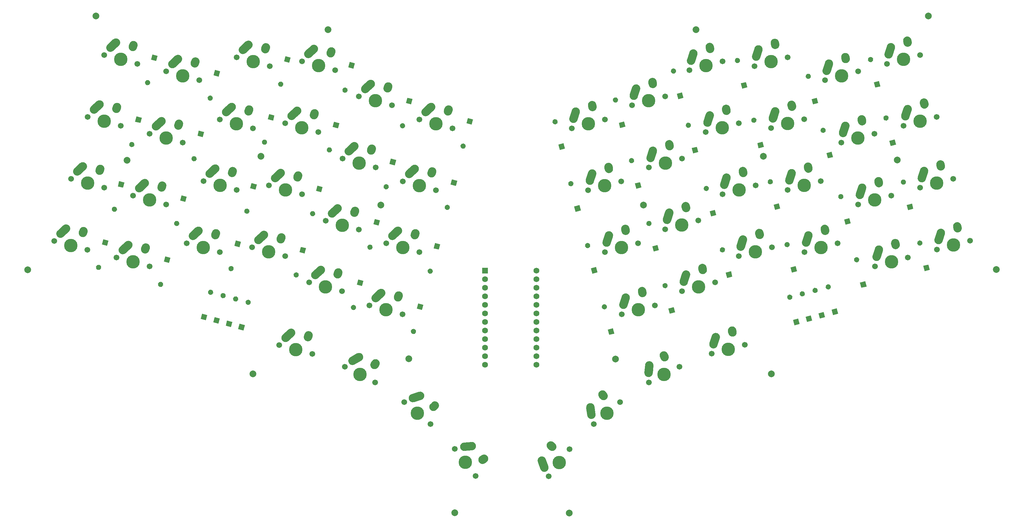
<source format=gbr>
%TF.GenerationSoftware,KiCad,Pcbnew,(5.1.9)-1*%
%TF.CreationDate,2021-03-20T23:04:42-06:00*%
%TF.ProjectId,Pteron56v0,50746572-6f6e-4353-9676-302e6b696361,rev?*%
%TF.SameCoordinates,Original*%
%TF.FileFunction,Soldermask,Bot*%
%TF.FilePolarity,Negative*%
%FSLAX46Y46*%
G04 Gerber Fmt 4.6, Leading zero omitted, Abs format (unit mm)*
G04 Created by KiCad (PCBNEW (5.1.9)-1) date 2021-03-20 23:04:42*
%MOMM*%
%LPD*%
G01*
G04 APERTURE LIST*
%ADD10C,1.701800*%
%ADD11C,3.987800*%
%ADD12C,2.000000*%
%ADD13R,1.752600X1.752600*%
%ADD14C,1.752600*%
%ADD15C,0.100000*%
G04 APERTURE END LIST*
%TO.C,SW26*%
G36*
G01*
X185744850Y-84969660D02*
X185633188Y-84400510D01*
G75*
G02*
X186619152Y-82933242I1226616J240652D01*
G01*
X186619152Y-82933242D01*
G75*
G02*
X188086420Y-83919206I240652J-1226616D01*
G01*
X188198082Y-84488356D01*
G75*
G02*
X187212118Y-85955624I-1226616J-240652D01*
G01*
X187212118Y-85955624D01*
G75*
G02*
X185744850Y-84969660I-240652J1226616D01*
G01*
G37*
G36*
G01*
X180135673Y-87862889D02*
X180812261Y-85717025D01*
G75*
G02*
X182380289Y-84900761I1192146J-375882D01*
G01*
X182380289Y-84900761D01*
G75*
G02*
X183196553Y-86468789I-375882J-1192146D01*
G01*
X182519965Y-88614653D01*
G75*
G02*
X180951937Y-89430917I-1192146J375882D01*
G01*
X180951937Y-89430917D01*
G75*
G02*
X180135673Y-87862889I375882J1192146D01*
G01*
G37*
D10*
X190628148Y-88408641D03*
X180814342Y-91038243D03*
D11*
X185721245Y-89723442D03*
%TD*%
%TO.C,SW3*%
G36*
G01*
X284182355Y-84219660D02*
X284070693Y-83650510D01*
G75*
G02*
X285056657Y-82183242I1226616J240652D01*
G01*
X285056657Y-82183242D01*
G75*
G02*
X286523925Y-83169206I240652J-1226616D01*
G01*
X286635587Y-83738356D01*
G75*
G02*
X285649623Y-85205624I-1226616J-240652D01*
G01*
X285649623Y-85205624D01*
G75*
G02*
X284182355Y-84219660I-240652J1226616D01*
G01*
G37*
G36*
G01*
X278573178Y-87112889D02*
X279249766Y-84967025D01*
G75*
G02*
X280817794Y-84150761I1192146J-375882D01*
G01*
X280817794Y-84150761D01*
G75*
G02*
X281634058Y-85718789I-375882J-1192146D01*
G01*
X280957470Y-87864653D01*
G75*
G02*
X279389442Y-88680917I-1192146J375882D01*
G01*
X279389442Y-88680917D01*
G75*
G02*
X278573178Y-87112889I375882J1192146D01*
G01*
G37*
D10*
X289065653Y-87658641D03*
X279251847Y-90288243D03*
D11*
X284158750Y-88973442D03*
%TD*%
D12*
%TO.C,REF\u002A\u002A*%
X272481858Y-82116353D03*
%TD*%
%TO.C,REF\u002A\u002A*%
X232795071Y-80993911D03*
%TD*%
%TO.C,REF\u002A\u002A*%
X197190130Y-95426706D03*
%TD*%
%TO.C,REF\u002A\u002A*%
X188916347Y-141155982D03*
%TD*%
%TO.C,REF\u002A\u002A*%
X127584580Y-141124844D03*
%TD*%
%TO.C,REF\u002A\u002A*%
X119329312Y-95494092D03*
%TD*%
%TO.C,REF\u002A\u002A*%
X83798062Y-80962843D03*
%TD*%
%TO.C,REF\u002A\u002A*%
X44048063Y-82181592D03*
%TD*%
%TO.C,REF\u002A\u002A*%
X14610564Y-114712840D03*
%TD*%
%TO.C,REF\u002A\u002A*%
X81360560Y-145556593D03*
%TD*%
%TO.C,REF\u002A\u002A*%
X141266812Y-186806590D03*
%TD*%
%TO.C,REF\u002A\u002A*%
X175204313Y-186900342D03*
%TD*%
%TO.C,REF\u002A\u002A*%
X235110565Y-145556593D03*
%TD*%
%TO.C,REF\u002A\u002A*%
X301860562Y-114619092D03*
%TD*%
%TO.C,REF\u002A\u002A*%
X281704314Y-39337841D03*
%TD*%
%TO.C,REF\u002A\u002A*%
X212798062Y-43369091D03*
%TD*%
%TO.C,REF\u002A\u002A*%
X103673064Y-43369091D03*
%TD*%
%TO.C,REF\u002A\u002A*%
X34860561Y-39337840D03*
%TD*%
D13*
%TO.C,U1*%
X150244110Y-114904169D03*
D14*
X150244110Y-117444169D03*
X150244110Y-119984169D03*
X150244110Y-122524169D03*
X150244110Y-125064169D03*
X150244110Y-127604169D03*
X150244110Y-130144169D03*
X150244110Y-132684169D03*
X150244110Y-135224169D03*
X150244110Y-137764169D03*
X150244110Y-140304169D03*
X150244110Y-142844169D03*
X165484110Y-142844169D03*
X165484110Y-140304169D03*
X165484110Y-137764169D03*
X165484110Y-135224169D03*
X165484110Y-132684169D03*
X165484110Y-130144169D03*
X165484110Y-127604169D03*
X165484110Y-125064169D03*
X165484110Y-122524169D03*
X165484110Y-119984169D03*
X165484110Y-117444169D03*
X165484110Y-114904169D03*
%TD*%
D11*
%TO.C,SW11*%
X235033744Y-52879695D03*
D10*
X230126841Y-54194496D03*
X239940647Y-51564894D03*
G36*
G01*
X229448172Y-51019142D02*
X230124760Y-48873278D01*
G75*
G02*
X231692788Y-48057014I1192146J-375882D01*
G01*
X231692788Y-48057014D01*
G75*
G02*
X232509052Y-49625042I-375882J-1192146D01*
G01*
X231832464Y-51770906D01*
G75*
G02*
X230264436Y-52587170I-1192146J375882D01*
G01*
X230264436Y-52587170D01*
G75*
G02*
X229448172Y-51019142I375882J1192146D01*
G01*
G37*
G36*
G01*
X235057349Y-48125913D02*
X234945687Y-47556763D01*
G75*
G02*
X235931651Y-46089495I1226616J240652D01*
G01*
X235931651Y-46089495D01*
G75*
G02*
X237398919Y-47075459I240652J-1226616D01*
G01*
X237510581Y-47644609D01*
G75*
G02*
X236524617Y-49111877I-1226616J-240652D01*
G01*
X236524617Y-49111877D01*
G75*
G02*
X235057349Y-48125913I-240652J1226616D01*
G01*
G37*
%TD*%
D11*
%TO.C,SW1*%
X274314991Y-52223441D03*
D10*
X269408088Y-53538242D03*
X279221894Y-50908640D03*
G36*
G01*
X268729419Y-50362888D02*
X269406007Y-48217024D01*
G75*
G02*
X270974035Y-47400760I1192146J-375882D01*
G01*
X270974035Y-47400760D01*
G75*
G02*
X271790299Y-48968788I-375882J-1192146D01*
G01*
X271113711Y-51114652D01*
G75*
G02*
X269545683Y-51930916I-1192146J375882D01*
G01*
X269545683Y-51930916D01*
G75*
G02*
X268729419Y-50362888I375882J1192146D01*
G01*
G37*
G36*
G01*
X274338596Y-47469659D02*
X274226934Y-46900509D01*
G75*
G02*
X275212898Y-45433241I1226616J240652D01*
G01*
X275212898Y-45433241D01*
G75*
G02*
X276680166Y-46419205I240652J-1226616D01*
G01*
X276791828Y-46988355D01*
G75*
G02*
X275805864Y-48455623I-1226616J-240652D01*
G01*
X275805864Y-48455623D01*
G75*
G02*
X274338596Y-47469659I-240652J1226616D01*
G01*
G37*
%TD*%
%TO.C,SW17*%
G36*
G01*
X220619849Y-67719662D02*
X220508187Y-67150512D01*
G75*
G02*
X221494151Y-65683244I1226616J240652D01*
G01*
X221494151Y-65683244D01*
G75*
G02*
X222961419Y-66669208I240652J-1226616D01*
G01*
X223073081Y-67238358D01*
G75*
G02*
X222087117Y-68705626I-1226616J-240652D01*
G01*
X222087117Y-68705626D01*
G75*
G02*
X220619849Y-67719662I-240652J1226616D01*
G01*
G37*
G36*
G01*
X215010672Y-70612891D02*
X215687260Y-68467027D01*
G75*
G02*
X217255288Y-67650763I1192146J-375882D01*
G01*
X217255288Y-67650763D01*
G75*
G02*
X218071552Y-69218791I-375882J-1192146D01*
G01*
X217394964Y-71364655D01*
G75*
G02*
X215826936Y-72180919I-1192146J375882D01*
G01*
X215826936Y-72180919D01*
G75*
G02*
X215010672Y-70612891I375882J1192146D01*
G01*
G37*
X225503147Y-71158643D03*
X215689341Y-73788245D03*
D11*
X220596244Y-72473444D03*
%TD*%
%TO.C,SW15*%
X186377496Y-157223436D03*
D10*
X182485990Y-160488797D03*
X190269002Y-153958075D03*
G36*
G01*
X180528945Y-157897766D02*
X180235261Y-155667016D01*
G75*
G02*
X181311409Y-154264552I1239306J163158D01*
G01*
X181311409Y-154264552D01*
G75*
G02*
X182713873Y-155340700I163158J-1239306D01*
G01*
X183007557Y-157571450D01*
G75*
G02*
X181931409Y-158973914I-1239306J-163158D01*
G01*
X181931409Y-158973914D01*
G75*
G02*
X180528945Y-157897766I-163158J1239306D01*
G01*
G37*
G36*
G01*
X184389855Y-152905070D02*
X184048121Y-152436436D01*
G75*
G02*
X184321613Y-150689954I1009987J736495D01*
G01*
X184321613Y-150689954D01*
G75*
G02*
X186068095Y-150963446I736495J-1009987D01*
G01*
X186409829Y-151432080D01*
G75*
G02*
X186136337Y-153178562I-1009987J-736495D01*
G01*
X186136337Y-153178562D01*
G75*
G02*
X184389855Y-152905070I-736495J1009987D01*
G01*
G37*
%TD*%
%TO.C,D1*%
G36*
G01*
X264768598Y-53042081D02*
X264768598Y-53042081D01*
G75*
G02*
X263788802Y-52476395I-207055J772741D01*
G01*
X263788802Y-52476395D01*
G75*
G02*
X264354488Y-51496599I772741J207055D01*
G01*
X264354488Y-51496599D01*
G75*
G02*
X265334284Y-52062285I207055J-772741D01*
G01*
X265334284Y-52062285D01*
G75*
G02*
X264768598Y-53042081I-772741J-207055D01*
G01*
G37*
D15*
G36*
X267513540Y-60195380D02*
G01*
X265968059Y-60609491D01*
X265553948Y-59064010D01*
X267099429Y-58649899D01*
X267513540Y-60195380D01*
G37*
%TD*%
%TO.C,D2*%
G36*
X272107293Y-77539128D02*
G01*
X270561812Y-77953239D01*
X270147701Y-76407758D01*
X271693182Y-75993647D01*
X272107293Y-77539128D01*
G37*
G36*
G01*
X269362351Y-70385829D02*
X269362351Y-70385829D01*
G75*
G02*
X268382555Y-69820143I-207055J772741D01*
G01*
X268382555Y-69820143D01*
G75*
G02*
X268948241Y-68840347I772741J207055D01*
G01*
X268948241Y-68840347D01*
G75*
G02*
X269928037Y-69406033I207055J-772741D01*
G01*
X269928037Y-69406033D01*
G75*
G02*
X269362351Y-70385829I-772741J-207055D01*
G01*
G37*
%TD*%
%TO.C,D3*%
G36*
X277263536Y-96570378D02*
G01*
X275718055Y-96984489D01*
X275303944Y-95439008D01*
X276849425Y-95024897D01*
X277263536Y-96570378D01*
G37*
G36*
G01*
X274518594Y-89417079D02*
X274518594Y-89417079D01*
G75*
G02*
X273538798Y-88851393I-207055J772741D01*
G01*
X273538798Y-88851393D01*
G75*
G02*
X274104484Y-87871597I772741J207055D01*
G01*
X274104484Y-87871597D01*
G75*
G02*
X275084280Y-88437283I207055J-772741D01*
G01*
X275084280Y-88437283D01*
G75*
G02*
X274518594Y-89417079I-772741J-207055D01*
G01*
G37*
%TD*%
%TO.C,D4*%
G36*
G01*
X279393596Y-107510830D02*
X279393596Y-107510830D01*
G75*
G02*
X278413800Y-106945144I-207055J772741D01*
G01*
X278413800Y-106945144D01*
G75*
G02*
X278979486Y-105965348I772741J207055D01*
G01*
X278979486Y-105965348D01*
G75*
G02*
X279959282Y-106531034I207055J-772741D01*
G01*
X279959282Y-106531034D01*
G75*
G02*
X279393596Y-107510830I-772741J-207055D01*
G01*
G37*
G36*
X282138538Y-114664129D02*
G01*
X280593057Y-115078240D01*
X280178946Y-113532759D01*
X281724427Y-113118648D01*
X282138538Y-114664129D01*
G37*
%TD*%
%TO.C,D5*%
G36*
G01*
X240817987Y-123588581D02*
X240817987Y-123588581D01*
G75*
G02*
X239838191Y-123022895I-207055J772741D01*
G01*
X239838191Y-123022895D01*
G75*
G02*
X240403877Y-122043099I772741J207055D01*
G01*
X240403877Y-122043099D01*
G75*
G02*
X241383673Y-122608785I207055J-772741D01*
G01*
X241383673Y-122608785D01*
G75*
G02*
X240817987Y-123588581I-772741J-207055D01*
G01*
G37*
G36*
X243562929Y-130741880D02*
G01*
X242017448Y-131155991D01*
X241603337Y-129610510D01*
X243148818Y-129196399D01*
X243562929Y-130741880D01*
G37*
%TD*%
%TO.C,D6*%
G36*
X249044792Y-65164124D02*
G01*
X247499311Y-65578235D01*
X247085200Y-64032754D01*
X248630681Y-63618643D01*
X249044792Y-65164124D01*
G37*
G36*
G01*
X246299850Y-58010825D02*
X246299850Y-58010825D01*
G75*
G02*
X245320054Y-57445139I-207055J772741D01*
G01*
X245320054Y-57445139D01*
G75*
G02*
X245885740Y-56465343I772741J207055D01*
G01*
X245885740Y-56465343D01*
G75*
G02*
X246865536Y-57031029I207055J-772741D01*
G01*
X246865536Y-57031029D01*
G75*
G02*
X246299850Y-58010825I-772741J-207055D01*
G01*
G37*
%TD*%
%TO.C,D7*%
G36*
G01*
X250706101Y-74042078D02*
X250706101Y-74042078D01*
G75*
G02*
X249726305Y-73476392I-207055J772741D01*
G01*
X249726305Y-73476392D01*
G75*
G02*
X250291991Y-72496596I772741J207055D01*
G01*
X250291991Y-72496596D01*
G75*
G02*
X251271787Y-73062282I207055J-772741D01*
G01*
X251271787Y-73062282D01*
G75*
G02*
X250706101Y-74042078I-772741J-207055D01*
G01*
G37*
G36*
X253451043Y-81195377D02*
G01*
X251905562Y-81609488D01*
X251491451Y-80064007D01*
X253036932Y-79649896D01*
X253451043Y-81195377D01*
G37*
%TD*%
%TO.C,D8*%
G36*
G01*
X255956099Y-93729583D02*
X255956099Y-93729583D01*
G75*
G02*
X254976303Y-93163897I-207055J772741D01*
G01*
X254976303Y-93163897D01*
G75*
G02*
X255541989Y-92184101I772741J207055D01*
G01*
X255541989Y-92184101D01*
G75*
G02*
X256521785Y-92749787I207055J-772741D01*
G01*
X256521785Y-92749787D01*
G75*
G02*
X255956099Y-93729583I-772741J-207055D01*
G01*
G37*
G36*
X258701041Y-100882882D02*
G01*
X257155560Y-101296993D01*
X256741449Y-99751512D01*
X258286930Y-99337401D01*
X258701041Y-100882882D01*
G37*
%TD*%
%TO.C,D9*%
G36*
X263388542Y-119632878D02*
G01*
X261843061Y-120046989D01*
X261428950Y-118501508D01*
X262974431Y-118087397D01*
X263388542Y-119632878D01*
G37*
G36*
G01*
X260643600Y-112479579D02*
X260643600Y-112479579D01*
G75*
G02*
X259663804Y-111913893I-207055J772741D01*
G01*
X259663804Y-111913893D01*
G75*
G02*
X260229490Y-110934097I772741J207055D01*
G01*
X260229490Y-110934097D01*
G75*
G02*
X261209286Y-111499783I207055J-772741D01*
G01*
X261209286Y-111499783D01*
G75*
G02*
X260643600Y-112479579I-772741J-207055D01*
G01*
G37*
%TD*%
%TO.C,D10*%
G36*
X247275700Y-129747040D02*
G01*
X245730219Y-130161151D01*
X245316108Y-128615670D01*
X246861589Y-128201559D01*
X247275700Y-129747040D01*
G37*
G36*
G01*
X244530758Y-122593741D02*
X244530758Y-122593741D01*
G75*
G02*
X243550962Y-122028055I-207055J772741D01*
G01*
X243550962Y-122028055D01*
G75*
G02*
X244116648Y-121048259I772741J207055D01*
G01*
X244116648Y-121048259D01*
G75*
G02*
X245096444Y-121613945I207055J-772741D01*
G01*
X245096444Y-121613945D01*
G75*
G02*
X244530758Y-122593741I-772741J-207055D01*
G01*
G37*
%TD*%
%TO.C,D11*%
G36*
G01*
X225299847Y-53323329D02*
X225299847Y-53323329D01*
G75*
G02*
X224320051Y-52757643I-207055J772741D01*
G01*
X224320051Y-52757643D01*
G75*
G02*
X224885737Y-51777847I772741J207055D01*
G01*
X224885737Y-51777847D01*
G75*
G02*
X225865533Y-52343533I207055J-772741D01*
G01*
X225865533Y-52343533D01*
G75*
G02*
X225299847Y-53323329I-772741J-207055D01*
G01*
G37*
G36*
X228044789Y-60476628D02*
G01*
X226499308Y-60890739D01*
X226085197Y-59345258D01*
X227630678Y-58931147D01*
X228044789Y-60476628D01*
G37*
%TD*%
%TO.C,D12*%
G36*
X232919797Y-78195377D02*
G01*
X231374316Y-78609488D01*
X230960205Y-77064007D01*
X232505686Y-76649896D01*
X232919797Y-78195377D01*
G37*
G36*
G01*
X230174855Y-71042078D02*
X230174855Y-71042078D01*
G75*
G02*
X229195059Y-70476392I-207055J772741D01*
G01*
X229195059Y-70476392D01*
G75*
G02*
X229760745Y-69496596I772741J207055D01*
G01*
X229760745Y-69496596D01*
G75*
G02*
X230740541Y-70062282I207055J-772741D01*
G01*
X230740541Y-70062282D01*
G75*
G02*
X230174855Y-71042078I-772741J-207055D01*
G01*
G37*
%TD*%
%TO.C,D13*%
G36*
G01*
X235049851Y-89323333D02*
X235049851Y-89323333D01*
G75*
G02*
X234070055Y-88757647I-207055J772741D01*
G01*
X234070055Y-88757647D01*
G75*
G02*
X234635741Y-87777851I772741J207055D01*
G01*
X234635741Y-87777851D01*
G75*
G02*
X235615537Y-88343537I207055J-772741D01*
G01*
X235615537Y-88343537D01*
G75*
G02*
X235049851Y-89323333I-772741J-207055D01*
G01*
G37*
G36*
X237794793Y-96476632D02*
G01*
X236249312Y-96890743D01*
X235835201Y-95345262D01*
X237380682Y-94931151D01*
X237794793Y-96476632D01*
G37*
%TD*%
%TO.C,D14*%
G36*
X242763539Y-115132883D02*
G01*
X241218058Y-115546994D01*
X240803947Y-114001513D01*
X242349428Y-113587402D01*
X242763539Y-115132883D01*
G37*
G36*
G01*
X240018597Y-107979584D02*
X240018597Y-107979584D01*
G75*
G02*
X239038801Y-107413898I-207055J772741D01*
G01*
X239038801Y-107413898D01*
G75*
G02*
X239604487Y-106434102I772741J207055D01*
G01*
X239604487Y-106434102D01*
G75*
G02*
X240584283Y-106999788I207055J-772741D01*
G01*
X240584283Y-106999788D01*
G75*
G02*
X240018597Y-107979584I-772741J-207055D01*
G01*
G37*
%TD*%
%TO.C,D15*%
G36*
G01*
X248334092Y-121574643D02*
X248334092Y-121574643D01*
G75*
G02*
X247354296Y-121008957I-207055J772741D01*
G01*
X247354296Y-121008957D01*
G75*
G02*
X247919982Y-120029161I772741J207055D01*
G01*
X247919982Y-120029161D01*
G75*
G02*
X248899778Y-120594847I207055J-772741D01*
G01*
X248899778Y-120594847D01*
G75*
G02*
X248334092Y-121574643I-772741J-207055D01*
G01*
G37*
G36*
X251079034Y-128727942D02*
G01*
X249533553Y-129142053D01*
X249119442Y-127596572D01*
X250664923Y-127182461D01*
X251079034Y-128727942D01*
G37*
%TD*%
%TO.C,D16*%
G36*
X209072489Y-63599588D02*
G01*
X207527008Y-64013699D01*
X207112897Y-62468218D01*
X208658378Y-62054107D01*
X209072489Y-63599588D01*
G37*
G36*
G01*
X206327547Y-56446289D02*
X206327547Y-56446289D01*
G75*
G02*
X205347751Y-55880603I-207055J772741D01*
G01*
X205347751Y-55880603D01*
G75*
G02*
X205913437Y-54900807I772741J207055D01*
G01*
X205913437Y-54900807D01*
G75*
G02*
X206893233Y-55466493I207055J-772741D01*
G01*
X206893233Y-55466493D01*
G75*
G02*
X206327547Y-56446289I-772741J-207055D01*
G01*
G37*
%TD*%
%TO.C,D17*%
G36*
G01*
X210737148Y-72540917D02*
X210737148Y-72540917D01*
G75*
G02*
X209757352Y-71975231I-207055J772741D01*
G01*
X209757352Y-71975231D01*
G75*
G02*
X210323038Y-70995435I772741J207055D01*
G01*
X210323038Y-70995435D01*
G75*
G02*
X211302834Y-71561121I207055J-772741D01*
G01*
X211302834Y-71561121D01*
G75*
G02*
X210737148Y-72540917I-772741J-207055D01*
G01*
G37*
G36*
X213482090Y-79694216D02*
G01*
X211936609Y-80108327D01*
X211522498Y-78562846D01*
X213067979Y-78148735D01*
X213482090Y-79694216D01*
G37*
%TD*%
%TO.C,D18*%
G36*
X218800726Y-98456975D02*
G01*
X217255245Y-98871086D01*
X216841134Y-97325605D01*
X218386615Y-96911494D01*
X218800726Y-98456975D01*
G37*
G36*
G01*
X216055784Y-91303676D02*
X216055784Y-91303676D01*
G75*
G02*
X215075988Y-90737990I-207055J772741D01*
G01*
X215075988Y-90737990D01*
G75*
G02*
X215641674Y-89758194I772741J207055D01*
G01*
X215641674Y-89758194D01*
G75*
G02*
X216621470Y-90323880I207055J-772741D01*
G01*
X216621470Y-90323880D01*
G75*
G02*
X216055784Y-91303676I-772741J-207055D01*
G01*
G37*
%TD*%
%TO.C,D19*%
G36*
X223587291Y-116682902D02*
G01*
X222041810Y-117097013D01*
X221627699Y-115551532D01*
X223173180Y-115137421D01*
X223587291Y-116682902D01*
G37*
G36*
G01*
X220842349Y-109529603D02*
X220842349Y-109529603D01*
G75*
G02*
X219862553Y-108963917I-207055J772741D01*
G01*
X219862553Y-108963917D01*
G75*
G02*
X220428239Y-107984121I772741J207055D01*
G01*
X220428239Y-107984121D01*
G75*
G02*
X221408035Y-108549807I207055J-772741D01*
G01*
X221408035Y-108549807D01*
G75*
G02*
X220842349Y-109529603I-772741J-207055D01*
G01*
G37*
%TD*%
%TO.C,D20*%
G36*
X254972926Y-127684579D02*
G01*
X253427445Y-128098690D01*
X253013334Y-126553209D01*
X254558815Y-126139098D01*
X254972926Y-127684579D01*
G37*
G36*
G01*
X252227984Y-120531280D02*
X252227984Y-120531280D01*
G75*
G02*
X251248188Y-119965594I-207055J772741D01*
G01*
X251248188Y-119965594D01*
G75*
G02*
X251813874Y-118985798I772741J207055D01*
G01*
X251813874Y-118985798D01*
G75*
G02*
X252793670Y-119551484I207055J-772741D01*
G01*
X252793670Y-119551484D01*
G75*
G02*
X252227984Y-120531280I-772741J-207055D01*
G01*
G37*
%TD*%
%TO.C,D21*%
G36*
G01*
X189112349Y-65042077D02*
X189112349Y-65042077D01*
G75*
G02*
X188132553Y-64476391I-207055J772741D01*
G01*
X188132553Y-64476391D01*
G75*
G02*
X188698239Y-63496595I772741J207055D01*
G01*
X188698239Y-63496595D01*
G75*
G02*
X189678035Y-64062281I207055J-772741D01*
G01*
X189678035Y-64062281D01*
G75*
G02*
X189112349Y-65042077I-772741J-207055D01*
G01*
G37*
G36*
X191857291Y-72195376D02*
G01*
X190311810Y-72609487D01*
X189897699Y-71064006D01*
X191443180Y-70649895D01*
X191857291Y-72195376D01*
G37*
%TD*%
%TO.C,D22*%
G36*
X196638547Y-90195380D02*
G01*
X195093066Y-90609491D01*
X194678955Y-89064010D01*
X196224436Y-88649899D01*
X196638547Y-90195380D01*
G37*
G36*
G01*
X193893605Y-83042081D02*
X193893605Y-83042081D01*
G75*
G02*
X192913809Y-82476395I-207055J772741D01*
G01*
X192913809Y-82476395D01*
G75*
G02*
X193479495Y-81496599I772741J207055D01*
G01*
X193479495Y-81496599D01*
G75*
G02*
X194459291Y-82062285I207055J-772741D01*
G01*
X194459291Y-82062285D01*
G75*
G02*
X193893605Y-83042081I-772741J-207055D01*
G01*
G37*
%TD*%
%TO.C,D23*%
G36*
X201794790Y-108851626D02*
G01*
X200249309Y-109265737D01*
X199835198Y-107720256D01*
X201380679Y-107306145D01*
X201794790Y-108851626D01*
G37*
G36*
G01*
X199049848Y-101698327D02*
X199049848Y-101698327D01*
G75*
G02*
X198070052Y-101132641I-207055J772741D01*
G01*
X198070052Y-101132641D01*
G75*
G02*
X198635738Y-100152845I772741J207055D01*
G01*
X198635738Y-100152845D01*
G75*
G02*
X199615534Y-100718531I207055J-772741D01*
G01*
X199615534Y-100718531D01*
G75*
G02*
X199049848Y-101698327I-772741J-207055D01*
G01*
G37*
%TD*%
%TO.C,D24*%
G36*
G01*
X203831092Y-120167080D02*
X203831092Y-120167080D01*
G75*
G02*
X202851296Y-119601394I-207055J772741D01*
G01*
X202851296Y-119601394D01*
G75*
G02*
X203416982Y-118621598I772741J207055D01*
G01*
X203416982Y-118621598D01*
G75*
G02*
X204396778Y-119187284I207055J-772741D01*
G01*
X204396778Y-119187284D01*
G75*
G02*
X203831092Y-120167080I-772741J-207055D01*
G01*
G37*
G36*
X206576034Y-127320379D02*
G01*
X205030553Y-127734490D01*
X204616442Y-126189009D01*
X206161923Y-125774898D01*
X206576034Y-127320379D01*
G37*
%TD*%
%TO.C,D25*%
G36*
X173951046Y-78664128D02*
G01*
X172405565Y-79078239D01*
X171991454Y-77532758D01*
X173536935Y-77118647D01*
X173951046Y-78664128D01*
G37*
G36*
G01*
X171206104Y-71510829D02*
X171206104Y-71510829D01*
G75*
G02*
X170226308Y-70945143I-207055J772741D01*
G01*
X170226308Y-70945143D01*
G75*
G02*
X170791994Y-69965347I772741J207055D01*
G01*
X170791994Y-69965347D01*
G75*
G02*
X171771790Y-70531033I207055J-772741D01*
G01*
X171771790Y-70531033D01*
G75*
G02*
X171206104Y-71510829I-772741J-207055D01*
G01*
G37*
%TD*%
%TO.C,D26*%
G36*
G01*
X175893596Y-89885828D02*
X175893596Y-89885828D01*
G75*
G02*
X174913800Y-89320142I-207055J772741D01*
G01*
X174913800Y-89320142D01*
G75*
G02*
X175479486Y-88340346I772741J207055D01*
G01*
X175479486Y-88340346D01*
G75*
G02*
X176459282Y-88906032I207055J-772741D01*
G01*
X176459282Y-88906032D01*
G75*
G02*
X175893596Y-89885828I-772741J-207055D01*
G01*
G37*
G36*
X178638538Y-97039127D02*
G01*
X177093057Y-97453238D01*
X176678946Y-95907757D01*
X178224427Y-95493646D01*
X178638538Y-97039127D01*
G37*
%TD*%
%TO.C,D27*%
G36*
X183607296Y-115414128D02*
G01*
X182061815Y-115828239D01*
X181647704Y-114282758D01*
X183193185Y-113868647D01*
X183607296Y-115414128D01*
G37*
G36*
G01*
X180862354Y-108260829D02*
X180862354Y-108260829D01*
G75*
G02*
X179882558Y-107695143I-207055J772741D01*
G01*
X179882558Y-107695143D01*
G75*
G02*
X180448244Y-106715347I772741J207055D01*
G01*
X180448244Y-106715347D01*
G75*
G02*
X181428040Y-107281033I207055J-772741D01*
G01*
X181428040Y-107281033D01*
G75*
G02*
X180862354Y-108260829I-772741J-207055D01*
G01*
G37*
%TD*%
%TO.C,D28*%
G36*
X188576041Y-133601625D02*
G01*
X187030560Y-134015736D01*
X186616449Y-132470255D01*
X188161930Y-132056144D01*
X188576041Y-133601625D01*
G37*
G36*
G01*
X185831099Y-126448326D02*
X185831099Y-126448326D01*
G75*
G02*
X184851303Y-125882640I-207055J772741D01*
G01*
X184851303Y-125882640D01*
G75*
G02*
X185416989Y-124902844I772741J207055D01*
G01*
X185416989Y-124902844D01*
G75*
G02*
X186396785Y-125468530I207055J-772741D01*
G01*
X186396785Y-125468530D01*
G75*
G02*
X185831099Y-126448326I-772741J-207055D01*
G01*
G37*
%TD*%
%TO.C,D29*%
G36*
G01*
X143924850Y-77186055D02*
X143924850Y-77186055D01*
G75*
G02*
X144490536Y-78165851I-207055J-772741D01*
G01*
X144490536Y-78165851D01*
G75*
G02*
X143510740Y-78731537I-772741J207055D01*
G01*
X143510740Y-78731537D01*
G75*
G02*
X142945054Y-77751741I207055J772741D01*
G01*
X142945054Y-77751741D01*
G75*
G02*
X143924850Y-77186055I772741J-207055D01*
G01*
G37*
G36*
X145124311Y-69618645D02*
G01*
X146669792Y-70032756D01*
X146255681Y-71578237D01*
X144710200Y-71164126D01*
X145124311Y-69618645D01*
G37*
%TD*%
%TO.C,D30*%
G36*
G01*
X139237349Y-95373555D02*
X139237349Y-95373555D01*
G75*
G02*
X139803035Y-96353351I-207055J-772741D01*
G01*
X139803035Y-96353351D01*
G75*
G02*
X138823239Y-96919037I-772741J207055D01*
G01*
X138823239Y-96919037D01*
G75*
G02*
X138257553Y-95939241I207055J772741D01*
G01*
X138257553Y-95939241D01*
G75*
G02*
X139237349Y-95373555I772741J-207055D01*
G01*
G37*
G36*
X140436810Y-87806145D02*
G01*
X141982291Y-88220256D01*
X141568180Y-89765737D01*
X140022699Y-89351626D01*
X140436810Y-87806145D01*
G37*
%TD*%
%TO.C,D31*%
G36*
X135374312Y-106743651D02*
G01*
X136919793Y-107157762D01*
X136505682Y-108703243D01*
X134960201Y-108289132D01*
X135374312Y-106743651D01*
G37*
G36*
G01*
X134174851Y-114311061D02*
X134174851Y-114311061D01*
G75*
G02*
X134740537Y-115290857I-207055J-772741D01*
G01*
X134740537Y-115290857D01*
G75*
G02*
X133760741Y-115856543I-772741J207055D01*
G01*
X133760741Y-115856543D01*
G75*
G02*
X133195055Y-114876747I207055J772741D01*
G01*
X133195055Y-114876747D01*
G75*
G02*
X134174851Y-114311061I772741J-207055D01*
G01*
G37*
%TD*%
%TO.C,D32*%
G36*
G01*
X129206101Y-132217309D02*
X129206101Y-132217309D01*
G75*
G02*
X129771787Y-133197105I-207055J-772741D01*
G01*
X129771787Y-133197105D01*
G75*
G02*
X128791991Y-133762791I-772741J207055D01*
G01*
X128791991Y-133762791D01*
G75*
G02*
X128226305Y-132782995I207055J772741D01*
G01*
X128226305Y-132782995D01*
G75*
G02*
X129206101Y-132217309I772741J-207055D01*
G01*
G37*
G36*
X130405562Y-124649899D02*
G01*
X131951043Y-125064010D01*
X131536932Y-126609491D01*
X129991451Y-126195380D01*
X130405562Y-124649899D01*
G37*
%TD*%
%TO.C,D33*%
G36*
X127165980Y-63584323D02*
G01*
X128711461Y-63998434D01*
X128297350Y-65543915D01*
X126751869Y-65129804D01*
X127165980Y-63584323D01*
G37*
G36*
G01*
X125966519Y-71151733D02*
X125966519Y-71151733D01*
G75*
G02*
X126532205Y-72131529I-207055J-772741D01*
G01*
X126532205Y-72131529D01*
G75*
G02*
X125552409Y-72697215I-772741J207055D01*
G01*
X125552409Y-72697215D01*
G75*
G02*
X124986723Y-71717419I207055J772741D01*
G01*
X124986723Y-71717419D01*
G75*
G02*
X125966519Y-71151733I772741J-207055D01*
G01*
G37*
%TD*%
%TO.C,D34*%
G36*
G01*
X121113668Y-89262846D02*
X121113668Y-89262846D01*
G75*
G02*
X121679354Y-90242642I-207055J-772741D01*
G01*
X121679354Y-90242642D01*
G75*
G02*
X120699558Y-90808328I-772741J207055D01*
G01*
X120699558Y-90808328D01*
G75*
G02*
X120133872Y-89828532I207055J772741D01*
G01*
X120133872Y-89828532D01*
G75*
G02*
X121113668Y-89262846I772741J-207055D01*
G01*
G37*
G36*
X122313129Y-81695436D02*
G01*
X123858610Y-82109547D01*
X123444499Y-83655028D01*
X121899018Y-83240917D01*
X122313129Y-81695436D01*
G37*
%TD*%
%TO.C,D35*%
G36*
X117508793Y-99625436D02*
G01*
X119054274Y-100039547D01*
X118640163Y-101585028D01*
X117094682Y-101170917D01*
X117508793Y-99625436D01*
G37*
G36*
G01*
X116309332Y-107192846D02*
X116309332Y-107192846D01*
G75*
G02*
X116875018Y-108172642I-207055J-772741D01*
G01*
X116875018Y-108172642D01*
G75*
G02*
X115895222Y-108738328I-772741J207055D01*
G01*
X115895222Y-108738328D01*
G75*
G02*
X115329536Y-107758532I207055J772741D01*
G01*
X115329536Y-107758532D01*
G75*
G02*
X116309332Y-107192846I772741J-207055D01*
G01*
G37*
%TD*%
%TO.C,D36*%
G36*
X112613911Y-117531176D02*
G01*
X114159392Y-117945287D01*
X113745281Y-119490768D01*
X112199800Y-119076657D01*
X112613911Y-117531176D01*
G37*
G36*
G01*
X111414450Y-125098586D02*
X111414450Y-125098586D01*
G75*
G02*
X111980136Y-126078382I-207055J-772741D01*
G01*
X111980136Y-126078382D01*
G75*
G02*
X111000340Y-126644068I-772741J207055D01*
G01*
X111000340Y-126644068D01*
G75*
G02*
X110434654Y-125664272I207055J772741D01*
G01*
X110434654Y-125664272D01*
G75*
G02*
X111414450Y-125098586I772741J-207055D01*
G01*
G37*
%TD*%
%TO.C,D37*%
G36*
G01*
X108907021Y-60563114D02*
X108907021Y-60563114D01*
G75*
G02*
X109472707Y-61542910I-207055J-772741D01*
G01*
X109472707Y-61542910D01*
G75*
G02*
X108492911Y-62108596I-772741J207055D01*
G01*
X108492911Y-62108596D01*
G75*
G02*
X107927225Y-61128800I207055J772741D01*
G01*
X107927225Y-61128800D01*
G75*
G02*
X108907021Y-60563114I772741J-207055D01*
G01*
G37*
G36*
X110106482Y-52995704D02*
G01*
X111651963Y-53409815D01*
X111237852Y-54955296D01*
X109692371Y-54541185D01*
X110106482Y-52995704D01*
G37*
%TD*%
%TO.C,D38*%
G36*
G01*
X104268596Y-78311055D02*
X104268596Y-78311055D01*
G75*
G02*
X104834282Y-79290851I-207055J-772741D01*
G01*
X104834282Y-79290851D01*
G75*
G02*
X103854486Y-79856537I-772741J207055D01*
G01*
X103854486Y-79856537D01*
G75*
G02*
X103288800Y-78876741I207055J772741D01*
G01*
X103288800Y-78876741D01*
G75*
G02*
X104268596Y-78311055I772741J-207055D01*
G01*
G37*
G36*
X105468057Y-70743645D02*
G01*
X107013538Y-71157756D01*
X106599427Y-72703237D01*
X105053946Y-72289126D01*
X105468057Y-70743645D01*
G37*
%TD*%
%TO.C,D39*%
G36*
G01*
X99299847Y-97248556D02*
X99299847Y-97248556D01*
G75*
G02*
X99865533Y-98228352I-207055J-772741D01*
G01*
X99865533Y-98228352D01*
G75*
G02*
X98885737Y-98794038I-772741J207055D01*
G01*
X98885737Y-98794038D01*
G75*
G02*
X98320051Y-97814242I207055J772741D01*
G01*
X98320051Y-97814242D01*
G75*
G02*
X99299847Y-97248556I772741J-207055D01*
G01*
G37*
G36*
X100499308Y-89681146D02*
G01*
X102044789Y-90095257D01*
X101630678Y-91640738D01*
X100085197Y-91226627D01*
X100499308Y-89681146D01*
G37*
%TD*%
%TO.C,D40*%
G36*
X95624305Y-107868645D02*
G01*
X97169786Y-108282756D01*
X96755675Y-109828237D01*
X95210194Y-109414126D01*
X95624305Y-107868645D01*
G37*
G36*
G01*
X94424844Y-115436055D02*
X94424844Y-115436055D01*
G75*
G02*
X94990530Y-116415851I-207055J-772741D01*
G01*
X94990530Y-116415851D01*
G75*
G02*
X94010734Y-116981537I-772741J207055D01*
G01*
X94010734Y-116981537D01*
G75*
G02*
X93445048Y-116001741I207055J772741D01*
G01*
X93445048Y-116001741D01*
G75*
G02*
X94424844Y-115436055I772741J-207055D01*
G01*
G37*
%TD*%
%TO.C,D41*%
G36*
X67432261Y-129695538D02*
G01*
X65886780Y-129281427D01*
X66300891Y-127735946D01*
X67846372Y-128150057D01*
X67432261Y-129695538D01*
G37*
G36*
G01*
X68631722Y-122128128D02*
X68631722Y-122128128D01*
G75*
G02*
X68066036Y-121148332I207055J772741D01*
G01*
X68066036Y-121148332D01*
G75*
G02*
X69045832Y-120582646I772741J-207055D01*
G01*
X69045832Y-120582646D01*
G75*
G02*
X69611518Y-121562442I-207055J-772741D01*
G01*
X69611518Y-121562442D01*
G75*
G02*
X68631722Y-122128128I-772741J207055D01*
G01*
G37*
%TD*%
%TO.C,D42*%
G36*
G01*
X89831094Y-58811058D02*
X89831094Y-58811058D01*
G75*
G02*
X90396780Y-59790854I-207055J-772741D01*
G01*
X90396780Y-59790854D01*
G75*
G02*
X89416984Y-60356540I-772741J207055D01*
G01*
X89416984Y-60356540D01*
G75*
G02*
X88851298Y-59376744I207055J772741D01*
G01*
X88851298Y-59376744D01*
G75*
G02*
X89831094Y-58811058I772741J-207055D01*
G01*
G37*
G36*
X91030555Y-51243648D02*
G01*
X92576036Y-51657759D01*
X92161925Y-53203240D01*
X90616444Y-52789129D01*
X91030555Y-51243648D01*
G37*
%TD*%
%TO.C,D43*%
G36*
G01*
X85032917Y-76019207D02*
X85032917Y-76019207D01*
G75*
G02*
X85598603Y-76999003I-207055J-772741D01*
G01*
X85598603Y-76999003D01*
G75*
G02*
X84618807Y-77564689I-772741J207055D01*
G01*
X84618807Y-77564689D01*
G75*
G02*
X84053121Y-76584893I207055J772741D01*
G01*
X84053121Y-76584893D01*
G75*
G02*
X85032917Y-76019207I772741J-207055D01*
G01*
G37*
G36*
X86232378Y-68451797D02*
G01*
X87777859Y-68865908D01*
X87363748Y-70411389D01*
X85818267Y-69997278D01*
X86232378Y-68451797D01*
G37*
%TD*%
%TO.C,D44*%
G36*
G01*
X79799849Y-96498557D02*
X79799849Y-96498557D01*
G75*
G02*
X80365535Y-97478353I-207055J-772741D01*
G01*
X80365535Y-97478353D01*
G75*
G02*
X79385739Y-98044039I-772741J207055D01*
G01*
X79385739Y-98044039D01*
G75*
G02*
X78820053Y-97064243I207055J772741D01*
G01*
X78820053Y-97064243D01*
G75*
G02*
X79799849Y-96498557I772741J-207055D01*
G01*
G37*
G36*
X80999310Y-88931147D02*
G01*
X82544791Y-89345258D01*
X82130680Y-90890739D01*
X80585199Y-90476628D01*
X80999310Y-88931147D01*
G37*
%TD*%
%TO.C,D45*%
G36*
G01*
X75112348Y-113561055D02*
X75112348Y-113561055D01*
G75*
G02*
X75678034Y-114540851I-207055J-772741D01*
G01*
X75678034Y-114540851D01*
G75*
G02*
X74698238Y-115106537I-772741J207055D01*
G01*
X74698238Y-115106537D01*
G75*
G02*
X74132552Y-114126741I207055J772741D01*
G01*
X74132552Y-114126741D01*
G75*
G02*
X75112348Y-113561055I772741J-207055D01*
G01*
G37*
G36*
X76311809Y-105993645D02*
G01*
X77857290Y-106407756D01*
X77443179Y-107953237D01*
X75897698Y-107539126D01*
X76311809Y-105993645D01*
G37*
%TD*%
%TO.C,D46*%
G36*
G01*
X72344500Y-123122967D02*
X72344500Y-123122967D01*
G75*
G02*
X71778814Y-122143171I207055J772741D01*
G01*
X71778814Y-122143171D01*
G75*
G02*
X72758610Y-121577485I772741J-207055D01*
G01*
X72758610Y-121577485D01*
G75*
G02*
X73324296Y-122557281I-207055J-772741D01*
G01*
X73324296Y-122557281D01*
G75*
G02*
X72344500Y-123122967I-772741J207055D01*
G01*
G37*
G36*
X71145039Y-130690377D02*
G01*
X69599558Y-130276266D01*
X70013669Y-128730785D01*
X71559150Y-129144896D01*
X71145039Y-130690377D01*
G37*
%TD*%
%TO.C,D47*%
G36*
X70124308Y-55368643D02*
G01*
X71669789Y-55782754D01*
X71255678Y-57328235D01*
X69710197Y-56914124D01*
X70124308Y-55368643D01*
G37*
G36*
G01*
X68924847Y-62936053D02*
X68924847Y-62936053D01*
G75*
G02*
X69490533Y-63915849I-207055J-772741D01*
G01*
X69490533Y-63915849D01*
G75*
G02*
X68510737Y-64481535I-772741J207055D01*
G01*
X68510737Y-64481535D01*
G75*
G02*
X67945051Y-63501739I207055J772741D01*
G01*
X67945051Y-63501739D01*
G75*
G02*
X68924847Y-62936053I772741J-207055D01*
G01*
G37*
%TD*%
%TO.C,D48*%
G36*
G01*
X64143602Y-80936060D02*
X64143602Y-80936060D01*
G75*
G02*
X64709288Y-81915856I-207055J-772741D01*
G01*
X64709288Y-81915856D01*
G75*
G02*
X63729492Y-82481542I-772741J207055D01*
G01*
X63729492Y-82481542D01*
G75*
G02*
X63163806Y-81501746I207055J772741D01*
G01*
X63163806Y-81501746D01*
G75*
G02*
X64143602Y-80936060I772741J-207055D01*
G01*
G37*
G36*
X65343063Y-73368650D02*
G01*
X66888544Y-73782761D01*
X66474433Y-75328242D01*
X64928952Y-74914131D01*
X65343063Y-73368650D01*
G37*
%TD*%
%TO.C,D49*%
G36*
G01*
X58987347Y-100154805D02*
X58987347Y-100154805D01*
G75*
G02*
X59553033Y-101134601I-207055J-772741D01*
G01*
X59553033Y-101134601D01*
G75*
G02*
X58573237Y-101700287I-772741J207055D01*
G01*
X58573237Y-101700287D01*
G75*
G02*
X58007551Y-100720491I207055J772741D01*
G01*
X58007551Y-100720491D01*
G75*
G02*
X58987347Y-100154805I772741J-207055D01*
G01*
G37*
G36*
X60186808Y-92587395D02*
G01*
X61732289Y-93001506D01*
X61318178Y-94546987D01*
X59772697Y-94132876D01*
X60186808Y-92587395D01*
G37*
%TD*%
%TO.C,D50*%
G36*
X55405555Y-110681148D02*
G01*
X56951036Y-111095259D01*
X56536925Y-112640740D01*
X54991444Y-112226629D01*
X55405555Y-110681148D01*
G37*
G36*
G01*
X54206094Y-118248558D02*
X54206094Y-118248558D01*
G75*
G02*
X54771780Y-119228354I-207055J-772741D01*
G01*
X54771780Y-119228354D01*
G75*
G02*
X53791984Y-119794040I-772741J207055D01*
G01*
X53791984Y-119794040D01*
G75*
G02*
X53226298Y-118814244I207055J772741D01*
G01*
X53226298Y-118814244D01*
G75*
G02*
X54206094Y-118248558I772741J-207055D01*
G01*
G37*
%TD*%
%TO.C,D51*%
G36*
X74857822Y-131685211D02*
G01*
X73312341Y-131271100D01*
X73726452Y-129725619D01*
X75271933Y-130139730D01*
X74857822Y-131685211D01*
G37*
G36*
G01*
X76057283Y-124117801D02*
X76057283Y-124117801D01*
G75*
G02*
X75491597Y-123138005I207055J772741D01*
G01*
X75491597Y-123138005D01*
G75*
G02*
X76471393Y-122572319I772741J-207055D01*
G01*
X76471393Y-122572319D01*
G75*
G02*
X77037079Y-123552115I-207055J-772741D01*
G01*
X77037079Y-123552115D01*
G75*
G02*
X76057283Y-124117801I-772741J207055D01*
G01*
G37*
%TD*%
%TO.C,D52*%
G36*
X51561809Y-50774899D02*
G01*
X53107290Y-51189010D01*
X52693179Y-52734491D01*
X51147698Y-52320380D01*
X51561809Y-50774899D01*
G37*
G36*
G01*
X50362348Y-58342309D02*
X50362348Y-58342309D01*
G75*
G02*
X50928034Y-59322105I-207055J-772741D01*
G01*
X50928034Y-59322105D01*
G75*
G02*
X49948238Y-59887791I-772741J207055D01*
G01*
X49948238Y-59887791D01*
G75*
G02*
X49382552Y-58907995I207055J772741D01*
G01*
X49382552Y-58907995D01*
G75*
G02*
X50362348Y-58342309I772741J-207055D01*
G01*
G37*
%TD*%
%TO.C,D53*%
G36*
G01*
X45674850Y-76717310D02*
X45674850Y-76717310D01*
G75*
G02*
X46240536Y-77697106I-207055J-772741D01*
G01*
X46240536Y-77697106D01*
G75*
G02*
X45260740Y-78262792I-772741J207055D01*
G01*
X45260740Y-78262792D01*
G75*
G02*
X44695054Y-77282996I207055J772741D01*
G01*
X44695054Y-77282996D01*
G75*
G02*
X45674850Y-76717310I772741J-207055D01*
G01*
G37*
G36*
X46874311Y-69149900D02*
G01*
X48419792Y-69564011D01*
X48005681Y-71109492D01*
X46460200Y-70695381D01*
X46874311Y-69149900D01*
G37*
%TD*%
%TO.C,D54*%
G36*
G01*
X40518601Y-95936054D02*
X40518601Y-95936054D01*
G75*
G02*
X41084287Y-96915850I-207055J-772741D01*
G01*
X41084287Y-96915850D01*
G75*
G02*
X40104491Y-97481536I-772741J207055D01*
G01*
X40104491Y-97481536D01*
G75*
G02*
X39538805Y-96501740I207055J772741D01*
G01*
X39538805Y-96501740D01*
G75*
G02*
X40518601Y-95936054I772741J-207055D01*
G01*
G37*
G36*
X41718062Y-88368644D02*
G01*
X43263543Y-88782755D01*
X42849432Y-90328236D01*
X41303951Y-89914125D01*
X41718062Y-88368644D01*
G37*
%TD*%
%TO.C,D55*%
G36*
X37030562Y-105618647D02*
G01*
X38576043Y-106032758D01*
X38161932Y-107578239D01*
X36616451Y-107164128D01*
X37030562Y-105618647D01*
G37*
G36*
G01*
X35831101Y-113186057D02*
X35831101Y-113186057D01*
G75*
G02*
X36396787Y-114165853I-207055J-772741D01*
G01*
X36396787Y-114165853D01*
G75*
G02*
X35416991Y-114731539I-772741J207055D01*
G01*
X35416991Y-114731539D01*
G75*
G02*
X34851305Y-113751743I207055J772741D01*
G01*
X34851305Y-113751743D01*
G75*
G02*
X35831101Y-113186057I772741J-207055D01*
G01*
G37*
%TD*%
%TO.C,D56*%
G36*
X78570595Y-132680048D02*
G01*
X77025114Y-132265937D01*
X77439225Y-130720456D01*
X78984706Y-131134567D01*
X78570595Y-132680048D01*
G37*
G36*
G01*
X79770056Y-125112638D02*
X79770056Y-125112638D01*
G75*
G02*
X79204370Y-124132842I207055J772741D01*
G01*
X79204370Y-124132842D01*
G75*
G02*
X80184166Y-123567156I772741J-207055D01*
G01*
X80184166Y-123567156D01*
G75*
G02*
X80749852Y-124546952I-207055J-772741D01*
G01*
X80749852Y-124546952D01*
G75*
G02*
X79770056Y-125112638I-772741J207055D01*
G01*
G37*
%TD*%
D11*
%TO.C,SW2*%
X279283748Y-70598442D03*
D10*
X274376845Y-71913243D03*
X284190651Y-69283641D03*
G36*
G01*
X273698176Y-68737889D02*
X274374764Y-66592025D01*
G75*
G02*
X275942792Y-65775761I1192146J-375882D01*
G01*
X275942792Y-65775761D01*
G75*
G02*
X276759056Y-67343789I-375882J-1192146D01*
G01*
X276082468Y-69489653D01*
G75*
G02*
X274514440Y-70305917I-1192146J375882D01*
G01*
X274514440Y-70305917D01*
G75*
G02*
X273698176Y-68737889I375882J1192146D01*
G01*
G37*
G36*
G01*
X279307353Y-65844660D02*
X279195691Y-65275510D01*
G75*
G02*
X280181655Y-63808242I1226616J240652D01*
G01*
X280181655Y-63808242D01*
G75*
G02*
X281648923Y-64794206I240652J-1226616D01*
G01*
X281760585Y-65363356D01*
G75*
G02*
X280774621Y-66830624I-1226616J-240652D01*
G01*
X280774621Y-66830624D01*
G75*
G02*
X279307353Y-65844660I-240652J1226616D01*
G01*
G37*
%TD*%
D11*
%TO.C,SW4*%
X289127494Y-107348445D03*
D10*
X284220591Y-108663246D03*
X294034397Y-106033644D03*
G36*
G01*
X283541922Y-105487892D02*
X284218510Y-103342028D01*
G75*
G02*
X285786538Y-102525764I1192146J-375882D01*
G01*
X285786538Y-102525764D01*
G75*
G02*
X286602802Y-104093792I-375882J-1192146D01*
G01*
X285926214Y-106239656D01*
G75*
G02*
X284358186Y-107055920I-1192146J375882D01*
G01*
X284358186Y-107055920D01*
G75*
G02*
X283541922Y-105487892I375882J1192146D01*
G01*
G37*
G36*
G01*
X289151099Y-102594663D02*
X289039437Y-102025513D01*
G75*
G02*
X290025401Y-100558245I1226616J240652D01*
G01*
X290025401Y-100558245D01*
G75*
G02*
X291492669Y-101544209I240652J-1226616D01*
G01*
X291604331Y-102113359D01*
G75*
G02*
X290618367Y-103580627I-1226616J-240652D01*
G01*
X290618367Y-103580627D01*
G75*
G02*
X289151099Y-102594663I-240652J1226616D01*
G01*
G37*
%TD*%
D11*
%TO.C,SW5*%
X222377497Y-138285942D03*
D10*
X217470594Y-139600743D03*
X227284400Y-136971141D03*
G36*
G01*
X216791925Y-136425389D02*
X217468513Y-134279525D01*
G75*
G02*
X219036541Y-133463261I1192146J-375882D01*
G01*
X219036541Y-133463261D01*
G75*
G02*
X219852805Y-135031289I-375882J-1192146D01*
G01*
X219176217Y-137177153D01*
G75*
G02*
X217608189Y-137993417I-1192146J375882D01*
G01*
X217608189Y-137993417D01*
G75*
G02*
X216791925Y-136425389I375882J1192146D01*
G01*
G37*
G36*
G01*
X222401102Y-133532160D02*
X222289440Y-132963010D01*
G75*
G02*
X223275404Y-131495742I1226616J240652D01*
G01*
X223275404Y-131495742D01*
G75*
G02*
X224742672Y-132481706I240652J-1226616D01*
G01*
X224854334Y-133050856D01*
G75*
G02*
X223868370Y-134518124I-1226616J-240652D01*
G01*
X223868370Y-134518124D01*
G75*
G02*
X222401102Y-133532160I-240652J1226616D01*
G01*
G37*
%TD*%
%TO.C,SW6*%
G36*
G01*
X255963597Y-52344661D02*
X255851935Y-51775511D01*
G75*
G02*
X256837899Y-50308243I1226616J240652D01*
G01*
X256837899Y-50308243D01*
G75*
G02*
X258305167Y-51294207I240652J-1226616D01*
G01*
X258416829Y-51863357D01*
G75*
G02*
X257430865Y-53330625I-1226616J-240652D01*
G01*
X257430865Y-53330625D01*
G75*
G02*
X255963597Y-52344661I-240652J1226616D01*
G01*
G37*
G36*
G01*
X250354420Y-55237890D02*
X251031008Y-53092026D01*
G75*
G02*
X252599036Y-52275762I1192146J-375882D01*
G01*
X252599036Y-52275762D01*
G75*
G02*
X253415300Y-53843790I-375882J-1192146D01*
G01*
X252738712Y-55989654D01*
G75*
G02*
X251170684Y-56805918I-1192146J375882D01*
G01*
X251170684Y-56805918D01*
G75*
G02*
X250354420Y-55237890I375882J1192146D01*
G01*
G37*
X260846895Y-55783642D03*
X251033089Y-58413244D03*
D11*
X255939992Y-57098443D03*
%TD*%
%TO.C,SW7*%
G36*
G01*
X260838598Y-70813404D02*
X260726936Y-70244254D01*
G75*
G02*
X261712900Y-68776986I1226616J240652D01*
G01*
X261712900Y-68776986D01*
G75*
G02*
X263180168Y-69762950I240652J-1226616D01*
G01*
X263291830Y-70332100D01*
G75*
G02*
X262305866Y-71799368I-1226616J-240652D01*
G01*
X262305866Y-71799368D01*
G75*
G02*
X260838598Y-70813404I-240652J1226616D01*
G01*
G37*
G36*
G01*
X255229421Y-73706633D02*
X255906009Y-71560769D01*
G75*
G02*
X257474037Y-70744505I1192146J-375882D01*
G01*
X257474037Y-70744505D01*
G75*
G02*
X258290301Y-72312533I-375882J-1192146D01*
G01*
X257613713Y-74458397D01*
G75*
G02*
X256045685Y-75274661I-1192146J375882D01*
G01*
X256045685Y-75274661D01*
G75*
G02*
X255229421Y-73706633I375882J1192146D01*
G01*
G37*
D10*
X265721896Y-74252385D03*
X255908090Y-76881987D03*
D11*
X260814993Y-75567186D03*
%TD*%
%TO.C,SW8*%
X265783749Y-93942190D03*
D10*
X260876846Y-95256991D03*
X270690652Y-92627389D03*
G36*
G01*
X260198177Y-92081637D02*
X260874765Y-89935773D01*
G75*
G02*
X262442793Y-89119509I1192146J-375882D01*
G01*
X262442793Y-89119509D01*
G75*
G02*
X263259057Y-90687537I-375882J-1192146D01*
G01*
X262582469Y-92833401D01*
G75*
G02*
X261014441Y-93649665I-1192146J375882D01*
G01*
X261014441Y-93649665D01*
G75*
G02*
X260198177Y-92081637I375882J1192146D01*
G01*
G37*
G36*
G01*
X265807354Y-89188408D02*
X265695692Y-88619258D01*
G75*
G02*
X266681656Y-87151990I1226616J240652D01*
G01*
X266681656Y-87151990D01*
G75*
G02*
X268148924Y-88137954I240652J-1226616D01*
G01*
X268260586Y-88707104D01*
G75*
G02*
X267274622Y-90174372I-1226616J-240652D01*
G01*
X267274622Y-90174372D01*
G75*
G02*
X265807354Y-89188408I-240652J1226616D01*
G01*
G37*
%TD*%
%TO.C,SW9*%
G36*
G01*
X270776104Y-107563414D02*
X270664442Y-106994264D01*
G75*
G02*
X271650406Y-105526996I1226616J240652D01*
G01*
X271650406Y-105526996D01*
G75*
G02*
X273117674Y-106512960I240652J-1226616D01*
G01*
X273229336Y-107082110D01*
G75*
G02*
X272243372Y-108549378I-1226616J-240652D01*
G01*
X272243372Y-108549378D01*
G75*
G02*
X270776104Y-107563414I-240652J1226616D01*
G01*
G37*
G36*
G01*
X265166927Y-110456643D02*
X265843515Y-108310779D01*
G75*
G02*
X267411543Y-107494515I1192146J-375882D01*
G01*
X267411543Y-107494515D01*
G75*
G02*
X268227807Y-109062543I-375882J-1192146D01*
G01*
X267551219Y-111208407D01*
G75*
G02*
X265983191Y-112024671I-1192146J375882D01*
G01*
X265983191Y-112024671D01*
G75*
G02*
X265166927Y-110456643I375882J1192146D01*
G01*
G37*
X275659402Y-111002395D03*
X265845596Y-113631997D03*
D11*
X270752499Y-112317196D03*
%TD*%
%TO.C,SW10*%
G36*
G01*
X202340382Y-141139733D02*
X202108180Y-140608243D01*
G75*
G02*
X202753197Y-138962354I1145453J500436D01*
G01*
X202753197Y-138962354D01*
G75*
G02*
X204399086Y-139607371I500436J-1145453D01*
G01*
X204631288Y-140138861D01*
G75*
G02*
X203986271Y-141784750I-1145453J-500436D01*
G01*
X203986271Y-141784750D01*
G75*
G02*
X202340382Y-141139733I-500436J1145453D01*
G01*
G37*
G36*
G01*
X197490375Y-145178428D02*
X197686475Y-142936990D01*
G75*
G02*
X199040663Y-141800692I1245243J-108945D01*
G01*
X199040663Y-141800692D01*
G75*
G02*
X200176961Y-143154880I-108945J-1245243D01*
G01*
X199980861Y-145396318D01*
G75*
G02*
X198626673Y-146532616I-1245243J108945D01*
G01*
X198626673Y-146532616D01*
G75*
G02*
X197490375Y-145178428I108945J1245243D01*
G01*
G37*
D10*
X207852258Y-143440257D03*
X198840228Y-148131623D03*
D11*
X203346243Y-145785940D03*
%TD*%
%TO.C,SW12*%
X240002496Y-71254693D03*
D10*
X235095593Y-72569494D03*
X244909399Y-69939892D03*
G36*
G01*
X234416924Y-69394140D02*
X235093512Y-67248276D01*
G75*
G02*
X236661540Y-66432012I1192146J-375882D01*
G01*
X236661540Y-66432012D01*
G75*
G02*
X237477804Y-68000040I-375882J-1192146D01*
G01*
X236801216Y-70145904D01*
G75*
G02*
X235233188Y-70962168I-1192146J375882D01*
G01*
X235233188Y-70962168D01*
G75*
G02*
X234416924Y-69394140I375882J1192146D01*
G01*
G37*
G36*
G01*
X240026101Y-66500911D02*
X239914439Y-65931761D01*
G75*
G02*
X240900403Y-64464493I1226616J240652D01*
G01*
X240900403Y-64464493D01*
G75*
G02*
X242367671Y-65450457I240652J-1226616D01*
G01*
X242479333Y-66019607D01*
G75*
G02*
X241493369Y-67486875I-1226616J-240652D01*
G01*
X241493369Y-67486875D01*
G75*
G02*
X240026101Y-66500911I-240652J1226616D01*
G01*
G37*
%TD*%
D11*
%TO.C,SW13*%
X244877496Y-89629693D03*
D10*
X239970593Y-90944494D03*
X249784399Y-88314892D03*
G36*
G01*
X239291924Y-87769140D02*
X239968512Y-85623276D01*
G75*
G02*
X241536540Y-84807012I1192146J-375882D01*
G01*
X241536540Y-84807012D01*
G75*
G02*
X242352804Y-86375040I-375882J-1192146D01*
G01*
X241676216Y-88520904D01*
G75*
G02*
X240108188Y-89337168I-1192146J375882D01*
G01*
X240108188Y-89337168D01*
G75*
G02*
X239291924Y-87769140I375882J1192146D01*
G01*
G37*
G36*
G01*
X244901101Y-84875911D02*
X244789439Y-84306761D01*
G75*
G02*
X245775403Y-82839493I1226616J240652D01*
G01*
X245775403Y-82839493D01*
G75*
G02*
X247242671Y-83825457I240652J-1226616D01*
G01*
X247354333Y-84394607D01*
G75*
G02*
X246368369Y-85861875I-1226616J-240652D01*
G01*
X246368369Y-85861875D01*
G75*
G02*
X244901101Y-84875911I-240652J1226616D01*
G01*
G37*
%TD*%
%TO.C,SW14*%
G36*
G01*
X249869847Y-103344660D02*
X249758185Y-102775510D01*
G75*
G02*
X250744149Y-101308242I1226616J240652D01*
G01*
X250744149Y-101308242D01*
G75*
G02*
X252211417Y-102294206I240652J-1226616D01*
G01*
X252323079Y-102863356D01*
G75*
G02*
X251337115Y-104330624I-1226616J-240652D01*
G01*
X251337115Y-104330624D01*
G75*
G02*
X249869847Y-103344660I-240652J1226616D01*
G01*
G37*
G36*
G01*
X244260670Y-106237889D02*
X244937258Y-104092025D01*
G75*
G02*
X246505286Y-103275761I1192146J-375882D01*
G01*
X246505286Y-103275761D01*
G75*
G02*
X247321550Y-104843789I-375882J-1192146D01*
G01*
X246644962Y-106989653D01*
G75*
G02*
X245076934Y-107805917I-1192146J375882D01*
G01*
X245076934Y-107805917D01*
G75*
G02*
X244260670Y-106237889I375882J1192146D01*
G01*
G37*
X254753145Y-106783641D03*
X244939339Y-109413243D03*
D11*
X249846242Y-108098442D03*
%TD*%
%TO.C,SW16*%
G36*
G01*
X215744847Y-49344659D02*
X215633185Y-48775509D01*
G75*
G02*
X216619149Y-47308241I1226616J240652D01*
G01*
X216619149Y-47308241D01*
G75*
G02*
X218086417Y-48294205I240652J-1226616D01*
G01*
X218198079Y-48863355D01*
G75*
G02*
X217212115Y-50330623I-1226616J-240652D01*
G01*
X217212115Y-50330623D01*
G75*
G02*
X215744847Y-49344659I-240652J1226616D01*
G01*
G37*
G36*
G01*
X210135670Y-52237888D02*
X210812258Y-50092024D01*
G75*
G02*
X212380286Y-49275760I1192146J-375882D01*
G01*
X212380286Y-49275760D01*
G75*
G02*
X213196550Y-50843788I-375882J-1192146D01*
G01*
X212519962Y-52989652D01*
G75*
G02*
X210951934Y-53805916I-1192146J375882D01*
G01*
X210951934Y-53805916D01*
G75*
G02*
X210135670Y-52237888I375882J1192146D01*
G01*
G37*
D10*
X220628145Y-52783640D03*
X210814339Y-55413242D03*
D11*
X215721242Y-54098441D03*
%TD*%
%TO.C,SW18*%
X225564999Y-90942194D03*
D10*
X220658096Y-92256995D03*
X230471902Y-89627393D03*
G36*
G01*
X219979427Y-89081641D02*
X220656015Y-86935777D01*
G75*
G02*
X222224043Y-86119513I1192146J-375882D01*
G01*
X222224043Y-86119513D01*
G75*
G02*
X223040307Y-87687541I-375882J-1192146D01*
G01*
X222363719Y-89833405D01*
G75*
G02*
X220795691Y-90649669I-1192146J375882D01*
G01*
X220795691Y-90649669D01*
G75*
G02*
X219979427Y-89081641I375882J1192146D01*
G01*
G37*
G36*
G01*
X225588604Y-86188412D02*
X225476942Y-85619262D01*
G75*
G02*
X226462906Y-84151994I1226616J240652D01*
G01*
X226462906Y-84151994D01*
G75*
G02*
X227930174Y-85137958I240652J-1226616D01*
G01*
X228041836Y-85707108D01*
G75*
G02*
X227055872Y-87174376I-1226616J-240652D01*
G01*
X227055872Y-87174376D01*
G75*
G02*
X225588604Y-86188412I-240652J1226616D01*
G01*
G37*
%TD*%
%TO.C,SW19*%
G36*
G01*
X230463597Y-104563409D02*
X230351935Y-103994259D01*
G75*
G02*
X231337899Y-102526991I1226616J240652D01*
G01*
X231337899Y-102526991D01*
G75*
G02*
X232805167Y-103512955I240652J-1226616D01*
G01*
X232916829Y-104082105D01*
G75*
G02*
X231930865Y-105549373I-1226616J-240652D01*
G01*
X231930865Y-105549373D01*
G75*
G02*
X230463597Y-104563409I-240652J1226616D01*
G01*
G37*
G36*
G01*
X224854420Y-107456638D02*
X225531008Y-105310774D01*
G75*
G02*
X227099036Y-104494510I1192146J-375882D01*
G01*
X227099036Y-104494510D01*
G75*
G02*
X227915300Y-106062538I-375882J-1192146D01*
G01*
X227238712Y-108208402D01*
G75*
G02*
X225670684Y-109024666I-1192146J375882D01*
G01*
X225670684Y-109024666D01*
G75*
G02*
X224854420Y-107456638I375882J1192146D01*
G01*
G37*
X235346895Y-108002390D03*
X225533089Y-110631992D03*
D11*
X230439992Y-109317191D03*
%TD*%
%TO.C,SW20*%
G36*
G01*
X169346051Y-168156393D02*
X168910987Y-167772833D01*
G75*
G02*
X168799988Y-166008554I826640J937639D01*
G01*
X168799988Y-166008554D01*
G75*
G02*
X170564267Y-165897555I937639J-826640D01*
G01*
X170999331Y-166281115D01*
G75*
G02*
X171110330Y-168045394I-826640J-937639D01*
G01*
X171110330Y-168045394D01*
G75*
G02*
X169346051Y-168156393I-937639J826640D01*
G01*
G37*
G36*
G01*
X166657278Y-173866396D02*
X165887732Y-171752088D01*
G75*
G02*
X166634823Y-170149947I1174616J427525D01*
G01*
X166634823Y-170149947D01*
G75*
G02*
X168236964Y-170897038I427525J-1174616D01*
G01*
X169006510Y-173011346D01*
G75*
G02*
X168259419Y-174613487I-1174616J-427525D01*
G01*
X168259419Y-174613487D01*
G75*
G02*
X166657278Y-173866396I-427525J1174616D01*
G01*
G37*
D10*
X175313751Y-167911957D03*
X169128735Y-175972427D03*
D11*
X172221243Y-171942192D03*
%TD*%
%TO.C,SW21*%
X198752495Y-64504690D03*
D10*
X193845592Y-65819491D03*
X203659398Y-63189889D03*
G36*
G01*
X193166923Y-62644137D02*
X193843511Y-60498273D01*
G75*
G02*
X195411539Y-59682009I1192146J-375882D01*
G01*
X195411539Y-59682009D01*
G75*
G02*
X196227803Y-61250037I-375882J-1192146D01*
G01*
X195551215Y-63395901D01*
G75*
G02*
X193983187Y-64212165I-1192146J375882D01*
G01*
X193983187Y-64212165D01*
G75*
G02*
X193166923Y-62644137I375882J1192146D01*
G01*
G37*
G36*
G01*
X198776100Y-59750908D02*
X198664438Y-59181758D01*
G75*
G02*
X199650402Y-57714490I1226616J240652D01*
G01*
X199650402Y-57714490D01*
G75*
G02*
X201117670Y-58700454I240652J-1226616D01*
G01*
X201229332Y-59269604D01*
G75*
G02*
X200243368Y-60736872I-1226616J-240652D01*
G01*
X200243368Y-60736872D01*
G75*
G02*
X198776100Y-59750908I-240652J1226616D01*
G01*
G37*
%TD*%
D11*
%TO.C,SW22*%
X203721245Y-82973446D03*
D10*
X198814342Y-84288247D03*
X208628148Y-81658645D03*
G36*
G01*
X198135673Y-81112893D02*
X198812261Y-78967029D01*
G75*
G02*
X200380289Y-78150765I1192146J-375882D01*
G01*
X200380289Y-78150765D01*
G75*
G02*
X201196553Y-79718793I-375882J-1192146D01*
G01*
X200519965Y-81864657D01*
G75*
G02*
X198951937Y-82680921I-1192146J375882D01*
G01*
X198951937Y-82680921D01*
G75*
G02*
X198135673Y-81112893I375882J1192146D01*
G01*
G37*
G36*
G01*
X203744850Y-78219664D02*
X203633188Y-77650514D01*
G75*
G02*
X204619152Y-76183246I1226616J240652D01*
G01*
X204619152Y-76183246D01*
G75*
G02*
X206086420Y-77169210I240652J-1226616D01*
G01*
X206198082Y-77738360D01*
G75*
G02*
X205212118Y-79205628I-1226616J-240652D01*
G01*
X205212118Y-79205628D01*
G75*
G02*
X203744850Y-78219664I-240652J1226616D01*
G01*
G37*
%TD*%
%TO.C,SW23*%
G36*
G01*
X208619850Y-96594657D02*
X208508188Y-96025507D01*
G75*
G02*
X209494152Y-94558239I1226616J240652D01*
G01*
X209494152Y-94558239D01*
G75*
G02*
X210961420Y-95544203I240652J-1226616D01*
G01*
X211073082Y-96113353D01*
G75*
G02*
X210087118Y-97580621I-1226616J-240652D01*
G01*
X210087118Y-97580621D01*
G75*
G02*
X208619850Y-96594657I-240652J1226616D01*
G01*
G37*
G36*
G01*
X203010673Y-99487886D02*
X203687261Y-97342022D01*
G75*
G02*
X205255289Y-96525758I1192146J-375882D01*
G01*
X205255289Y-96525758D01*
G75*
G02*
X206071553Y-98093786I-375882J-1192146D01*
G01*
X205394965Y-100239650D01*
G75*
G02*
X203826937Y-101055914I-1192146J375882D01*
G01*
X203826937Y-101055914D01*
G75*
G02*
X203010673Y-99487886I375882J1192146D01*
G01*
G37*
X213503148Y-100033638D03*
X203689342Y-102663240D03*
D11*
X208596245Y-101348439D03*
%TD*%
%TO.C,SW24*%
X213564996Y-119723442D03*
D10*
X208658093Y-121038243D03*
X218471899Y-118408641D03*
G36*
G01*
X207979424Y-117862889D02*
X208656012Y-115717025D01*
G75*
G02*
X210224040Y-114900761I1192146J-375882D01*
G01*
X210224040Y-114900761D01*
G75*
G02*
X211040304Y-116468789I-375882J-1192146D01*
G01*
X210363716Y-118614653D01*
G75*
G02*
X208795688Y-119430917I-1192146J375882D01*
G01*
X208795688Y-119430917D01*
G75*
G02*
X207979424Y-117862889I375882J1192146D01*
G01*
G37*
G36*
G01*
X213588601Y-114969660D02*
X213476939Y-114400510D01*
G75*
G02*
X214462903Y-112933242I1226616J240652D01*
G01*
X214462903Y-112933242D01*
G75*
G02*
X215930171Y-113919206I240652J-1226616D01*
G01*
X216041833Y-114488356D01*
G75*
G02*
X215055869Y-115955624I-1226616J-240652D01*
G01*
X215055869Y-115955624D01*
G75*
G02*
X213588601Y-114969660I-240652J1226616D01*
G01*
G37*
%TD*%
%TO.C,SW25*%
G36*
G01*
X180869849Y-66594660D02*
X180758187Y-66025510D01*
G75*
G02*
X181744151Y-64558242I1226616J240652D01*
G01*
X181744151Y-64558242D01*
G75*
G02*
X183211419Y-65544206I240652J-1226616D01*
G01*
X183323081Y-66113356D01*
G75*
G02*
X182337117Y-67580624I-1226616J-240652D01*
G01*
X182337117Y-67580624D01*
G75*
G02*
X180869849Y-66594660I-240652J1226616D01*
G01*
G37*
G36*
G01*
X175260672Y-69487889D02*
X175937260Y-67342025D01*
G75*
G02*
X177505288Y-66525761I1192146J-375882D01*
G01*
X177505288Y-66525761D01*
G75*
G02*
X178321552Y-68093789I-375882J-1192146D01*
G01*
X177644964Y-70239653D01*
G75*
G02*
X176076936Y-71055917I-1192146J375882D01*
G01*
X176076936Y-71055917D01*
G75*
G02*
X175260672Y-69487889I375882J1192146D01*
G01*
G37*
X185753147Y-70033641D03*
X175939341Y-72663243D03*
D11*
X180846244Y-71348442D03*
%TD*%
%TO.C,SW27*%
X190689993Y-108098442D03*
D10*
X185783090Y-109413243D03*
X195596896Y-106783641D03*
G36*
G01*
X185104421Y-106237889D02*
X185781009Y-104092025D01*
G75*
G02*
X187349037Y-103275761I1192146J-375882D01*
G01*
X187349037Y-103275761D01*
G75*
G02*
X188165301Y-104843789I-375882J-1192146D01*
G01*
X187488713Y-106989653D01*
G75*
G02*
X185920685Y-107805917I-1192146J375882D01*
G01*
X185920685Y-107805917D01*
G75*
G02*
X185104421Y-106237889I375882J1192146D01*
G01*
G37*
G36*
G01*
X190713598Y-103344660D02*
X190601936Y-102775510D01*
G75*
G02*
X191587900Y-101308242I1226616J240652D01*
G01*
X191587900Y-101308242D01*
G75*
G02*
X193055168Y-102294206I240652J-1226616D01*
G01*
X193166830Y-102863356D01*
G75*
G02*
X192180866Y-104330624I-1226616J-240652D01*
G01*
X192180866Y-104330624D01*
G75*
G02*
X190713598Y-103344660I-240652J1226616D01*
G01*
G37*
%TD*%
%TO.C,SW28*%
G36*
G01*
X195682347Y-121813409D02*
X195570685Y-121244259D01*
G75*
G02*
X196556649Y-119776991I1226616J240652D01*
G01*
X196556649Y-119776991D01*
G75*
G02*
X198023917Y-120762955I240652J-1226616D01*
G01*
X198135579Y-121332105D01*
G75*
G02*
X197149615Y-122799373I-1226616J-240652D01*
G01*
X197149615Y-122799373D01*
G75*
G02*
X195682347Y-121813409I-240652J1226616D01*
G01*
G37*
G36*
G01*
X190073170Y-124706638D02*
X190749758Y-122560774D01*
G75*
G02*
X192317786Y-121744510I1192146J-375882D01*
G01*
X192317786Y-121744510D01*
G75*
G02*
X193134050Y-123312538I-375882J-1192146D01*
G01*
X192457462Y-125458402D01*
G75*
G02*
X190889434Y-126274666I-1192146J375882D01*
G01*
X190889434Y-126274666D01*
G75*
G02*
X190073170Y-124706638I375882J1192146D01*
G01*
G37*
X200565645Y-125252390D03*
X190751839Y-127881992D03*
D11*
X195658742Y-126567191D03*
%TD*%
%TO.C,SW29*%
X135658741Y-71348444D03*
D10*
X130751838Y-70033643D03*
X140565644Y-72663245D03*
G36*
G01*
X131751770Y-66944371D02*
X133410644Y-65424293D01*
G75*
G02*
X135176729Y-65501402I844488J-921597D01*
G01*
X135176729Y-65501402D01*
G75*
G02*
X135099620Y-67267487I-921597J-844488D01*
G01*
X133440746Y-68787565D01*
G75*
G02*
X131674661Y-68710456I-844488J921597D01*
G01*
X131674661Y-68710456D01*
G75*
G02*
X131751770Y-66944371I921597J844488D01*
G01*
G37*
G36*
G01*
X138056074Y-67243351D02*
X138243946Y-66694621D01*
G75*
G02*
X139831450Y-65916911I1182607J-404897D01*
G01*
X139831450Y-65916911D01*
G75*
G02*
X140609160Y-67504415I-404897J-1182607D01*
G01*
X140421288Y-68053145D01*
G75*
G02*
X138833784Y-68830855I-1182607J404897D01*
G01*
X138833784Y-68830855D01*
G75*
G02*
X138056074Y-67243351I404897J1182607D01*
G01*
G37*
%TD*%
D11*
%TO.C,SW30*%
X130783747Y-89723445D03*
D10*
X125876844Y-88408644D03*
X135690650Y-91038246D03*
G36*
G01*
X126876776Y-85319372D02*
X128535650Y-83799294D01*
G75*
G02*
X130301735Y-83876403I844488J-921597D01*
G01*
X130301735Y-83876403D01*
G75*
G02*
X130224626Y-85642488I-921597J-844488D01*
G01*
X128565752Y-87162566D01*
G75*
G02*
X126799667Y-87085457I-844488J921597D01*
G01*
X126799667Y-87085457D01*
G75*
G02*
X126876776Y-85319372I921597J844488D01*
G01*
G37*
G36*
G01*
X133181080Y-85618352D02*
X133368952Y-85069622D01*
G75*
G02*
X134956456Y-84291912I1182607J-404897D01*
G01*
X134956456Y-84291912D01*
G75*
G02*
X135734166Y-85879416I-404897J-1182607D01*
G01*
X135546294Y-86428146D01*
G75*
G02*
X133958790Y-87205856I-1182607J404897D01*
G01*
X133958790Y-87205856D01*
G75*
G02*
X133181080Y-85618352I404897J1182607D01*
G01*
G37*
%TD*%
D11*
%TO.C,SW31*%
X125814996Y-108098444D03*
D10*
X120908093Y-106783643D03*
X130721899Y-109413245D03*
G36*
G01*
X121908025Y-103694371D02*
X123566899Y-102174293D01*
G75*
G02*
X125332984Y-102251402I844488J-921597D01*
G01*
X125332984Y-102251402D01*
G75*
G02*
X125255875Y-104017487I-921597J-844488D01*
G01*
X123597001Y-105537565D01*
G75*
G02*
X121830916Y-105460456I-844488J921597D01*
G01*
X121830916Y-105460456D01*
G75*
G02*
X121908025Y-103694371I921597J844488D01*
G01*
G37*
G36*
G01*
X128212329Y-103993351D02*
X128400201Y-103444621D01*
G75*
G02*
X129987705Y-102666911I1182607J-404897D01*
G01*
X129987705Y-102666911D01*
G75*
G02*
X130765415Y-104254415I-404897J-1182607D01*
G01*
X130577543Y-104803145D01*
G75*
G02*
X128990039Y-105580855I-1182607J404897D01*
G01*
X128990039Y-105580855D01*
G75*
G02*
X128212329Y-103993351I404897J1182607D01*
G01*
G37*
%TD*%
D11*
%TO.C,SW32*%
X120846246Y-126567192D03*
D10*
X115939343Y-125252391D03*
X125753149Y-127881993D03*
G36*
G01*
X116939275Y-122163119D02*
X118598149Y-120643041D01*
G75*
G02*
X120364234Y-120720150I844488J-921597D01*
G01*
X120364234Y-120720150D01*
G75*
G02*
X120287125Y-122486235I-921597J-844488D01*
G01*
X118628251Y-124006313D01*
G75*
G02*
X116862166Y-123929204I-844488J921597D01*
G01*
X116862166Y-123929204D01*
G75*
G02*
X116939275Y-122163119I921597J844488D01*
G01*
G37*
G36*
G01*
X123243579Y-122462099D02*
X123431451Y-121913369D01*
G75*
G02*
X125018955Y-121135659I1182607J-404897D01*
G01*
X125018955Y-121135659D01*
G75*
G02*
X125796665Y-122723163I-404897J-1182607D01*
G01*
X125608793Y-123271893D01*
G75*
G02*
X124021289Y-124049603I-1182607J404897D01*
G01*
X124021289Y-124049603D01*
G75*
G02*
X123243579Y-122462099I404897J1182607D01*
G01*
G37*
%TD*%
%TO.C,SW33*%
G36*
G01*
X120149823Y-60399602D02*
X120337695Y-59850872D01*
G75*
G02*
X121925199Y-59073162I1182607J-404897D01*
G01*
X121925199Y-59073162D01*
G75*
G02*
X122702909Y-60660666I-404897J-1182607D01*
G01*
X122515037Y-61209396D01*
G75*
G02*
X120927533Y-61987106I-1182607J404897D01*
G01*
X120927533Y-61987106D01*
G75*
G02*
X120149823Y-60399602I404897J1182607D01*
G01*
G37*
G36*
G01*
X113845519Y-60100622D02*
X115504393Y-58580544D01*
G75*
G02*
X117270478Y-58657653I844488J-921597D01*
G01*
X117270478Y-58657653D01*
G75*
G02*
X117193369Y-60423738I-921597J-844488D01*
G01*
X115534495Y-61943816D01*
G75*
G02*
X113768410Y-61866707I-844488J921597D01*
G01*
X113768410Y-61866707D01*
G75*
G02*
X113845519Y-60100622I921597J844488D01*
G01*
G37*
X122659393Y-65819496D03*
X112845587Y-63189894D03*
D11*
X117752490Y-64504695D03*
%TD*%
%TO.C,SW34*%
X112877498Y-82973442D03*
D10*
X107970595Y-81658641D03*
X117784401Y-84288243D03*
G36*
G01*
X108970527Y-78569369D02*
X110629401Y-77049291D01*
G75*
G02*
X112395486Y-77126400I844488J-921597D01*
G01*
X112395486Y-77126400D01*
G75*
G02*
X112318377Y-78892485I-921597J-844488D01*
G01*
X110659503Y-80412563D01*
G75*
G02*
X108893418Y-80335454I-844488J921597D01*
G01*
X108893418Y-80335454D01*
G75*
G02*
X108970527Y-78569369I921597J844488D01*
G01*
G37*
G36*
G01*
X115274831Y-78868349D02*
X115462703Y-78319619D01*
G75*
G02*
X117050207Y-77541909I1182607J-404897D01*
G01*
X117050207Y-77541909D01*
G75*
G02*
X117827917Y-79129413I-404897J-1182607D01*
G01*
X117640045Y-79678143D01*
G75*
G02*
X116052541Y-80455853I-1182607J404897D01*
G01*
X116052541Y-80455853D01*
G75*
G02*
X115274831Y-78868349I404897J1182607D01*
G01*
G37*
%TD*%
D11*
%TO.C,SW35*%
X107908748Y-101442193D03*
D10*
X103001845Y-100127392D03*
X112815651Y-102756994D03*
G36*
G01*
X104001777Y-97038120D02*
X105660651Y-95518042D01*
G75*
G02*
X107426736Y-95595151I844488J-921597D01*
G01*
X107426736Y-95595151D01*
G75*
G02*
X107349627Y-97361236I-921597J-844488D01*
G01*
X105690753Y-98881314D01*
G75*
G02*
X103924668Y-98804205I-844488J921597D01*
G01*
X103924668Y-98804205D01*
G75*
G02*
X104001777Y-97038120I921597J844488D01*
G01*
G37*
G36*
G01*
X110306081Y-97337100D02*
X110493953Y-96788370D01*
G75*
G02*
X112081457Y-96010660I1182607J-404897D01*
G01*
X112081457Y-96010660D01*
G75*
G02*
X112859167Y-97598164I-404897J-1182607D01*
G01*
X112671295Y-98146894D01*
G75*
G02*
X111083791Y-98924604I-1182607J404897D01*
G01*
X111083791Y-98924604D01*
G75*
G02*
X110306081Y-97337100I404897J1182607D01*
G01*
G37*
%TD*%
%TO.C,SW36*%
G36*
G01*
X105337330Y-115618349D02*
X105525202Y-115069619D01*
G75*
G02*
X107112706Y-114291909I1182607J-404897D01*
G01*
X107112706Y-114291909D01*
G75*
G02*
X107890416Y-115879413I-404897J-1182607D01*
G01*
X107702544Y-116428143D01*
G75*
G02*
X106115040Y-117205853I-1182607J404897D01*
G01*
X106115040Y-117205853D01*
G75*
G02*
X105337330Y-115618349I404897J1182607D01*
G01*
G37*
G36*
G01*
X99033026Y-115319369D02*
X100691900Y-113799291D01*
G75*
G02*
X102457985Y-113876400I844488J-921597D01*
G01*
X102457985Y-113876400D01*
G75*
G02*
X102380876Y-115642485I-921597J-844488D01*
G01*
X100722002Y-117162563D01*
G75*
G02*
X98955917Y-117085454I-844488J921597D01*
G01*
X98955917Y-117085454D01*
G75*
G02*
X99033026Y-115319369I921597J844488D01*
G01*
G37*
X107846900Y-121038243D03*
X98033094Y-118408641D03*
D11*
X102939997Y-119723442D03*
%TD*%
%TO.C,SW37*%
G36*
G01*
X103274827Y-49993347D02*
X103462699Y-49444617D01*
G75*
G02*
X105050203Y-48666907I1182607J-404897D01*
G01*
X105050203Y-48666907D01*
G75*
G02*
X105827913Y-50254411I-404897J-1182607D01*
G01*
X105640041Y-50803141D01*
G75*
G02*
X104052537Y-51580851I-1182607J404897D01*
G01*
X104052537Y-51580851D01*
G75*
G02*
X103274827Y-49993347I404897J1182607D01*
G01*
G37*
G36*
G01*
X96970523Y-49694367D02*
X98629397Y-48174289D01*
G75*
G02*
X100395482Y-48251398I844488J-921597D01*
G01*
X100395482Y-48251398D01*
G75*
G02*
X100318373Y-50017483I-921597J-844488D01*
G01*
X98659499Y-51537561D01*
G75*
G02*
X96893414Y-51460452I-844488J921597D01*
G01*
X96893414Y-51460452D01*
G75*
G02*
X96970523Y-49694367I921597J844488D01*
G01*
G37*
D10*
X105784397Y-55413241D03*
X95970591Y-52783639D03*
D11*
X100877494Y-54098440D03*
%TD*%
%TO.C,SW38*%
X95908744Y-72473441D03*
D10*
X91001841Y-71158640D03*
X100815647Y-73788242D03*
G36*
G01*
X92001773Y-68069368D02*
X93660647Y-66549290D01*
G75*
G02*
X95426732Y-66626399I844488J-921597D01*
G01*
X95426732Y-66626399D01*
G75*
G02*
X95349623Y-68392484I-921597J-844488D01*
G01*
X93690749Y-69912562D01*
G75*
G02*
X91924664Y-69835453I-844488J921597D01*
G01*
X91924664Y-69835453D01*
G75*
G02*
X92001773Y-68069368I921597J844488D01*
G01*
G37*
G36*
G01*
X98306077Y-68368348D02*
X98493949Y-67819618D01*
G75*
G02*
X100081453Y-67041908I1182607J-404897D01*
G01*
X100081453Y-67041908D01*
G75*
G02*
X100859163Y-68629412I-404897J-1182607D01*
G01*
X100671291Y-69178142D01*
G75*
G02*
X99083787Y-69955852I-1182607J404897D01*
G01*
X99083787Y-69955852D01*
G75*
G02*
X98306077Y-68368348I404897J1182607D01*
G01*
G37*
%TD*%
%TO.C,SW39*%
G36*
G01*
X93431081Y-86837100D02*
X93618953Y-86288370D01*
G75*
G02*
X95206457Y-85510660I1182607J-404897D01*
G01*
X95206457Y-85510660D01*
G75*
G02*
X95984167Y-87098164I-404897J-1182607D01*
G01*
X95796295Y-87646894D01*
G75*
G02*
X94208791Y-88424604I-1182607J404897D01*
G01*
X94208791Y-88424604D01*
G75*
G02*
X93431081Y-86837100I404897J1182607D01*
G01*
G37*
G36*
G01*
X87126777Y-86538120D02*
X88785651Y-85018042D01*
G75*
G02*
X90551736Y-85095151I844488J-921597D01*
G01*
X90551736Y-85095151D01*
G75*
G02*
X90474627Y-86861236I-921597J-844488D01*
G01*
X88815753Y-88381314D01*
G75*
G02*
X87049668Y-88304205I-844488J921597D01*
G01*
X87049668Y-88304205D01*
G75*
G02*
X87126777Y-86538120I921597J844488D01*
G01*
G37*
X95940651Y-92256994D03*
X86126845Y-89627392D03*
D11*
X91033748Y-90942193D03*
%TD*%
%TO.C,SW40*%
X86064992Y-109317194D03*
D10*
X81158089Y-108002393D03*
X90971895Y-110631995D03*
G36*
G01*
X82158021Y-104913121D02*
X83816895Y-103393043D01*
G75*
G02*
X85582980Y-103470152I844488J-921597D01*
G01*
X85582980Y-103470152D01*
G75*
G02*
X85505871Y-105236237I-921597J-844488D01*
G01*
X83846997Y-106756315D01*
G75*
G02*
X82080912Y-106679206I-844488J921597D01*
G01*
X82080912Y-106679206D01*
G75*
G02*
X82158021Y-104913121I921597J844488D01*
G01*
G37*
G36*
G01*
X88462325Y-105212101D02*
X88650197Y-104663371D01*
G75*
G02*
X90237701Y-103885661I1182607J-404897D01*
G01*
X90237701Y-103885661D01*
G75*
G02*
X91015411Y-105473165I-404897J-1182607D01*
G01*
X90827539Y-106021895D01*
G75*
G02*
X89240035Y-106799605I-1182607J404897D01*
G01*
X89240035Y-106799605D01*
G75*
G02*
X88462325Y-105212101I404897J1182607D01*
G01*
G37*
%TD*%
%TO.C,SW41*%
G36*
G01*
X148778452Y-170051060D02*
X149261546Y-169730092D01*
G75*
G02*
X150994437Y-170079505I691739J-1041152D01*
G01*
X150994437Y-170079505D01*
G75*
G02*
X150645024Y-171812396I-1041152J-691739D01*
G01*
X150161930Y-172133364D01*
G75*
G02*
X148429039Y-171783951I-691739J1041152D01*
G01*
X148429039Y-171783951D01*
G75*
G02*
X148778452Y-170051060I1041152J691739D01*
G01*
G37*
G36*
G01*
X143958918Y-165976047D02*
X146200356Y-165779947D01*
G75*
G02*
X147554544Y-166916245I108945J-1245243D01*
G01*
X147554544Y-166916245D01*
G75*
G02*
X146418246Y-168270433I-1245243J-108945D01*
G01*
X144176808Y-168466533D01*
G75*
G02*
X142822620Y-167330235I-108945J1245243D01*
G01*
X142822620Y-167330235D01*
G75*
G02*
X143958918Y-165976047I1245243J108945D01*
G01*
G37*
X147470005Y-175878680D03*
X141284989Y-167818210D03*
D11*
X144377497Y-171848445D03*
%TD*%
%TO.C,SW42*%
G36*
G01*
X83868578Y-48774601D02*
X84056450Y-48225871D01*
G75*
G02*
X85643954Y-47448161I1182607J-404897D01*
G01*
X85643954Y-47448161D01*
G75*
G02*
X86421664Y-49035665I-404897J-1182607D01*
G01*
X86233792Y-49584395D01*
G75*
G02*
X84646288Y-50362105I-1182607J404897D01*
G01*
X84646288Y-50362105D01*
G75*
G02*
X83868578Y-48774601I404897J1182607D01*
G01*
G37*
G36*
G01*
X77564274Y-48475621D02*
X79223148Y-46955543D01*
G75*
G02*
X80989233Y-47032652I844488J-921597D01*
G01*
X80989233Y-47032652D01*
G75*
G02*
X80912124Y-48798737I-921597J-844488D01*
G01*
X79253250Y-50318815D01*
G75*
G02*
X77487165Y-50241706I-844488J921597D01*
G01*
X77487165Y-50241706D01*
G75*
G02*
X77564274Y-48475621I921597J844488D01*
G01*
G37*
D10*
X86378148Y-54194495D03*
X76564342Y-51564893D03*
D11*
X81471245Y-52879694D03*
%TD*%
%TO.C,SW43*%
G36*
G01*
X78899827Y-67243349D02*
X79087699Y-66694619D01*
G75*
G02*
X80675203Y-65916909I1182607J-404897D01*
G01*
X80675203Y-65916909D01*
G75*
G02*
X81452913Y-67504413I-404897J-1182607D01*
G01*
X81265041Y-68053143D01*
G75*
G02*
X79677537Y-68830853I-1182607J404897D01*
G01*
X79677537Y-68830853D01*
G75*
G02*
X78899827Y-67243349I404897J1182607D01*
G01*
G37*
G36*
G01*
X72595523Y-66944369D02*
X74254397Y-65424291D01*
G75*
G02*
X76020482Y-65501400I844488J-921597D01*
G01*
X76020482Y-65501400D01*
G75*
G02*
X75943373Y-67267485I-921597J-844488D01*
G01*
X74284499Y-68787563D01*
G75*
G02*
X72518414Y-68710454I-844488J921597D01*
G01*
X72518414Y-68710454D01*
G75*
G02*
X72595523Y-66944369I921597J844488D01*
G01*
G37*
D10*
X81409397Y-72663243D03*
X71595591Y-70033641D03*
D11*
X76502494Y-71348442D03*
%TD*%
%TO.C,SW44*%
G36*
G01*
X74024829Y-85524597D02*
X74212701Y-84975867D01*
G75*
G02*
X75800205Y-84198157I1182607J-404897D01*
G01*
X75800205Y-84198157D01*
G75*
G02*
X76577915Y-85785661I-404897J-1182607D01*
G01*
X76390043Y-86334391D01*
G75*
G02*
X74802539Y-87112101I-1182607J404897D01*
G01*
X74802539Y-87112101D01*
G75*
G02*
X74024829Y-85524597I404897J1182607D01*
G01*
G37*
G36*
G01*
X67720525Y-85225617D02*
X69379399Y-83705539D01*
G75*
G02*
X71145484Y-83782648I844488J-921597D01*
G01*
X71145484Y-83782648D01*
G75*
G02*
X71068375Y-85548733I-921597J-844488D01*
G01*
X69409501Y-87068811D01*
G75*
G02*
X67643416Y-86991702I-844488J921597D01*
G01*
X67643416Y-86991702D01*
G75*
G02*
X67720525Y-85225617I921597J844488D01*
G01*
G37*
D10*
X76534399Y-90944491D03*
X66720593Y-88314889D03*
D11*
X71627496Y-89629690D03*
%TD*%
%TO.C,SW45*%
G36*
G01*
X69056079Y-103993348D02*
X69243951Y-103444618D01*
G75*
G02*
X70831455Y-102666908I1182607J-404897D01*
G01*
X70831455Y-102666908D01*
G75*
G02*
X71609165Y-104254412I-404897J-1182607D01*
G01*
X71421293Y-104803142D01*
G75*
G02*
X69833789Y-105580852I-1182607J404897D01*
G01*
X69833789Y-105580852D01*
G75*
G02*
X69056079Y-103993348I404897J1182607D01*
G01*
G37*
G36*
G01*
X62751775Y-103694368D02*
X64410649Y-102174290D01*
G75*
G02*
X66176734Y-102251399I844488J-921597D01*
G01*
X66176734Y-102251399D01*
G75*
G02*
X66099625Y-104017484I-921597J-844488D01*
G01*
X64440751Y-105537562D01*
G75*
G02*
X62674666Y-105460453I-844488J921597D01*
G01*
X62674666Y-105460453D01*
G75*
G02*
X62751775Y-103694368I921597J844488D01*
G01*
G37*
D10*
X71565649Y-109413242D03*
X61751843Y-106783640D03*
D11*
X66658746Y-108098441D03*
%TD*%
%TO.C,SW46*%
G36*
G01*
X134035104Y-154516125D02*
X134437278Y-154098205D01*
G75*
G02*
X136204719Y-154064268I900689J-866752D01*
G01*
X136204719Y-154064268D01*
G75*
G02*
X136238656Y-155831709I-866752J-900689D01*
G01*
X135836482Y-156249629D01*
G75*
G02*
X134069041Y-156283566I-900689J866752D01*
G01*
X134069041Y-156283566D01*
G75*
G02*
X134035104Y-154516125I866752J900689D01*
G01*
G37*
G36*
G01*
X128447819Y-151580843D02*
X130593683Y-150904255D01*
G75*
G02*
X132161711Y-151720519I375882J-1192146D01*
G01*
X132161711Y-151720519D01*
G75*
G02*
X131345447Y-153288547I-1192146J-375882D01*
G01*
X129199583Y-153965135D01*
G75*
G02*
X127631555Y-153148871I-375882J1192146D01*
G01*
X127631555Y-153148871D01*
G75*
G02*
X128447819Y-151580843I1192146J375882D01*
G01*
G37*
D10*
X134019001Y-160488806D03*
X126235989Y-153958084D03*
D11*
X130127495Y-157223445D03*
%TD*%
%TO.C,SW47*%
X60564993Y-57098439D03*
D10*
X55658090Y-55783638D03*
X65471896Y-58413240D03*
G36*
G01*
X56658022Y-52694366D02*
X58316896Y-51174288D01*
G75*
G02*
X60082981Y-51251397I844488J-921597D01*
G01*
X60082981Y-51251397D01*
G75*
G02*
X60005872Y-53017482I-921597J-844488D01*
G01*
X58346998Y-54537560D01*
G75*
G02*
X56580913Y-54460451I-844488J921597D01*
G01*
X56580913Y-54460451D01*
G75*
G02*
X56658022Y-52694366I921597J844488D01*
G01*
G37*
G36*
G01*
X62962326Y-52993346D02*
X63150198Y-52444616D01*
G75*
G02*
X64737702Y-51666906I1182607J-404897D01*
G01*
X64737702Y-51666906D01*
G75*
G02*
X65515412Y-53254410I-404897J-1182607D01*
G01*
X65327540Y-53803140D01*
G75*
G02*
X63740036Y-54580850I-1182607J404897D01*
G01*
X63740036Y-54580850D01*
G75*
G02*
X62962326Y-52993346I404897J1182607D01*
G01*
G37*
%TD*%
D11*
%TO.C,SW48*%
X55689993Y-75567190D03*
D10*
X50783090Y-74252389D03*
X60596896Y-76881991D03*
G36*
G01*
X51783022Y-71163117D02*
X53441896Y-69643039D01*
G75*
G02*
X55207981Y-69720148I844488J-921597D01*
G01*
X55207981Y-69720148D01*
G75*
G02*
X55130872Y-71486233I-921597J-844488D01*
G01*
X53471998Y-73006311D01*
G75*
G02*
X51705913Y-72929202I-844488J921597D01*
G01*
X51705913Y-72929202D01*
G75*
G02*
X51783022Y-71163117I921597J844488D01*
G01*
G37*
G36*
G01*
X58087326Y-71462097D02*
X58275198Y-70913367D01*
G75*
G02*
X59862702Y-70135657I1182607J-404897D01*
G01*
X59862702Y-70135657D01*
G75*
G02*
X60640412Y-71723161I-404897J-1182607D01*
G01*
X60452540Y-72271891D01*
G75*
G02*
X58865036Y-73049601I-1182607J404897D01*
G01*
X58865036Y-73049601D01*
G75*
G02*
X58087326Y-71462097I404897J1182607D01*
G01*
G37*
%TD*%
%TO.C,SW49*%
G36*
G01*
X53118580Y-89837102D02*
X53306452Y-89288372D01*
G75*
G02*
X54893956Y-88510662I1182607J-404897D01*
G01*
X54893956Y-88510662D01*
G75*
G02*
X55671666Y-90098166I-404897J-1182607D01*
G01*
X55483794Y-90646896D01*
G75*
G02*
X53896290Y-91424606I-1182607J404897D01*
G01*
X53896290Y-91424606D01*
G75*
G02*
X53118580Y-89837102I404897J1182607D01*
G01*
G37*
G36*
G01*
X46814276Y-89538122D02*
X48473150Y-88018044D01*
G75*
G02*
X50239235Y-88095153I844488J-921597D01*
G01*
X50239235Y-88095153D01*
G75*
G02*
X50162126Y-89861238I-921597J-844488D01*
G01*
X48503252Y-91381316D01*
G75*
G02*
X46737167Y-91304207I-844488J921597D01*
G01*
X46737167Y-91304207D01*
G75*
G02*
X46814276Y-89538122I921597J844488D01*
G01*
G37*
X55628150Y-95256996D03*
X45814344Y-92627394D03*
D11*
X50721247Y-93942195D03*
%TD*%
%TO.C,SW50*%
X45846248Y-112317189D03*
D10*
X40939345Y-111002388D03*
X50753151Y-113631990D03*
G36*
G01*
X41939277Y-107913116D02*
X43598151Y-106393038D01*
G75*
G02*
X45364236Y-106470147I844488J-921597D01*
G01*
X45364236Y-106470147D01*
G75*
G02*
X45287127Y-108236232I-921597J-844488D01*
G01*
X43628253Y-109756310D01*
G75*
G02*
X41862168Y-109679201I-844488J921597D01*
G01*
X41862168Y-109679201D01*
G75*
G02*
X41939277Y-107913116I921597J844488D01*
G01*
G37*
G36*
G01*
X48243581Y-108212096D02*
X48431453Y-107663366D01*
G75*
G02*
X50018957Y-106885656I1182607J-404897D01*
G01*
X50018957Y-106885656D01*
G75*
G02*
X50796667Y-108473160I-404897J-1182607D01*
G01*
X50608795Y-109021890D01*
G75*
G02*
X49021291Y-109799600I-1182607J404897D01*
G01*
X49021291Y-109799600D01*
G75*
G02*
X48243581Y-108212096I404897J1182607D01*
G01*
G37*
%TD*%
%TO.C,SW51*%
G36*
G01*
X116387752Y-142297036D02*
X116689938Y-141801976D01*
G75*
G02*
X118408138Y-141386300I1066938J-651262D01*
G01*
X118408138Y-141386300D01*
G75*
G02*
X118823814Y-143104500I-651262J-1066938D01*
G01*
X118521628Y-143599560D01*
G75*
G02*
X116803428Y-144015236I-1066938J651262D01*
G01*
X116803428Y-144015236D01*
G75*
G02*
X116387752Y-142297036I651262J1066938D01*
G01*
G37*
G36*
G01*
X110297596Y-140640641D02*
X112246154Y-139515641D01*
G75*
G02*
X113953686Y-139973173I625000J-1082532D01*
G01*
X113953686Y-139973173D01*
G75*
G02*
X113496154Y-141680705I-1082532J-625000D01*
G01*
X111547596Y-142805705D01*
G75*
G02*
X109840064Y-142348173I-625000J1082532D01*
G01*
X109840064Y-142348173D01*
G75*
G02*
X110297596Y-140640641I1082532J625000D01*
G01*
G37*
X117664755Y-148131626D03*
X108652725Y-143440260D03*
D11*
X113158740Y-145785943D03*
%TD*%
%TO.C,SW52*%
G36*
G01*
X44587329Y-48118349D02*
X44775201Y-47569619D01*
G75*
G02*
X46362705Y-46791909I1182607J-404897D01*
G01*
X46362705Y-46791909D01*
G75*
G02*
X47140415Y-48379413I-404897J-1182607D01*
G01*
X46952543Y-48928143D01*
G75*
G02*
X45365039Y-49705853I-1182607J404897D01*
G01*
X45365039Y-49705853D01*
G75*
G02*
X44587329Y-48118349I404897J1182607D01*
G01*
G37*
G36*
G01*
X38283025Y-47819369D02*
X39941899Y-46299291D01*
G75*
G02*
X41707984Y-46376400I844488J-921597D01*
G01*
X41707984Y-46376400D01*
G75*
G02*
X41630875Y-48142485I-921597J-844488D01*
G01*
X39972001Y-49662563D01*
G75*
G02*
X38205916Y-49585454I-844488J921597D01*
G01*
X38205916Y-49585454D01*
G75*
G02*
X38283025Y-47819369I921597J844488D01*
G01*
G37*
D10*
X47096899Y-53538243D03*
X37283093Y-50908641D03*
D11*
X42189996Y-52223442D03*
%TD*%
%TO.C,SW53*%
X37314993Y-70598442D03*
D10*
X32408090Y-69283641D03*
X42221896Y-71913243D03*
G36*
G01*
X33408022Y-66194369D02*
X35066896Y-64674291D01*
G75*
G02*
X36832981Y-64751400I844488J-921597D01*
G01*
X36832981Y-64751400D01*
G75*
G02*
X36755872Y-66517485I-921597J-844488D01*
G01*
X35096998Y-68037563D01*
G75*
G02*
X33330913Y-67960454I-844488J921597D01*
G01*
X33330913Y-67960454D01*
G75*
G02*
X33408022Y-66194369I921597J844488D01*
G01*
G37*
G36*
G01*
X39712326Y-66493349D02*
X39900198Y-65944619D01*
G75*
G02*
X41487702Y-65166909I1182607J-404897D01*
G01*
X41487702Y-65166909D01*
G75*
G02*
X42265412Y-66754413I-404897J-1182607D01*
G01*
X42077540Y-67303143D01*
G75*
G02*
X40490036Y-68080853I-1182607J404897D01*
G01*
X40490036Y-68080853D01*
G75*
G02*
X39712326Y-66493349I404897J1182607D01*
G01*
G37*
%TD*%
%TO.C,SW54*%
G36*
G01*
X34743577Y-84868349D02*
X34931449Y-84319619D01*
G75*
G02*
X36518953Y-83541909I1182607J-404897D01*
G01*
X36518953Y-83541909D01*
G75*
G02*
X37296663Y-85129413I-404897J-1182607D01*
G01*
X37108791Y-85678143D01*
G75*
G02*
X35521287Y-86455853I-1182607J404897D01*
G01*
X35521287Y-86455853D01*
G75*
G02*
X34743577Y-84868349I404897J1182607D01*
G01*
G37*
G36*
G01*
X28439273Y-84569369D02*
X30098147Y-83049291D01*
G75*
G02*
X31864232Y-83126400I844488J-921597D01*
G01*
X31864232Y-83126400D01*
G75*
G02*
X31787123Y-84892485I-921597J-844488D01*
G01*
X30128249Y-86412563D01*
G75*
G02*
X28362164Y-86335454I-844488J921597D01*
G01*
X28362164Y-86335454D01*
G75*
G02*
X28439273Y-84569369I921597J844488D01*
G01*
G37*
X37253147Y-90288243D03*
X27439341Y-87658641D03*
D11*
X32346244Y-88973442D03*
%TD*%
%TO.C,SW55*%
X27377496Y-107442191D03*
D10*
X22470593Y-106127390D03*
X32284399Y-108756992D03*
G36*
G01*
X23470525Y-103038118D02*
X25129399Y-101518040D01*
G75*
G02*
X26895484Y-101595149I844488J-921597D01*
G01*
X26895484Y-101595149D01*
G75*
G02*
X26818375Y-103361234I-921597J-844488D01*
G01*
X25159501Y-104881312D01*
G75*
G02*
X23393416Y-104804203I-844488J921597D01*
G01*
X23393416Y-104804203D01*
G75*
G02*
X23470525Y-103038118I921597J844488D01*
G01*
G37*
G36*
G01*
X29774829Y-103337098D02*
X29962701Y-102788368D01*
G75*
G02*
X31550205Y-102010658I1182607J-404897D01*
G01*
X31550205Y-102010658D01*
G75*
G02*
X32327915Y-103598162I-404897J-1182607D01*
G01*
X32140043Y-104146892D01*
G75*
G02*
X30552539Y-104924602I-1182607J404897D01*
G01*
X30552539Y-104924602D01*
G75*
G02*
X29774829Y-103337098I404897J1182607D01*
G01*
G37*
%TD*%
D11*
%TO.C,SW56*%
X94127492Y-138379691D03*
D10*
X89220589Y-137064890D03*
X99034395Y-139694492D03*
G36*
G01*
X90220521Y-133975618D02*
X91879395Y-132455540D01*
G75*
G02*
X93645480Y-132532649I844488J-921597D01*
G01*
X93645480Y-132532649D01*
G75*
G02*
X93568371Y-134298734I-921597J-844488D01*
G01*
X91909497Y-135818812D01*
G75*
G02*
X90143412Y-135741703I-844488J921597D01*
G01*
X90143412Y-135741703D01*
G75*
G02*
X90220521Y-133975618I921597J844488D01*
G01*
G37*
G36*
G01*
X96524825Y-134274598D02*
X96712697Y-133725868D01*
G75*
G02*
X98300201Y-132948158I1182607J-404897D01*
G01*
X98300201Y-132948158D01*
G75*
G02*
X99077911Y-134535662I-404897J-1182607D01*
G01*
X98890039Y-135084392D01*
G75*
G02*
X97302535Y-135862102I-1182607J404897D01*
G01*
X97302535Y-135862102D01*
G75*
G02*
X96524825Y-134274598I404897J1182607D01*
G01*
G37*
%TD*%
M02*

</source>
